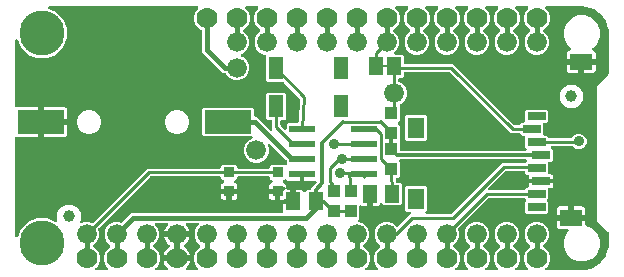
<source format=gbr>
G04 EAGLE Gerber RS-274X export*
G75*
%MOMM*%
%FSLAX34Y34*%
%LPD*%
%INTop Copper*%
%IPPOS*%
%AMOC8*
5,1,8,0,0,1.08239X$1,22.5*%
G01*
%ADD10C,3.810000*%
%ADD11C,1.778000*%
%ADD12R,1.900000X1.400000*%
%ADD13R,1.400000X1.800000*%
%ADD14R,1.500000X0.700000*%
%ADD15R,0.900000X0.900000*%
%ADD16R,2.200000X0.600000*%
%ADD17R,1.300000X1.900000*%
%ADD18R,1.000000X1.075000*%
%ADD19R,4.000000X2.000000*%
%ADD20R,1.240000X1.500000*%
%ADD21C,1.676400*%
%ADD22R,1.168400X1.600200*%
%ADD23R,0.635000X0.203200*%
%ADD24C,1.000000*%
%ADD25C,0.406400*%
%ADD26C,0.254000*%
%ADD27C,0.906400*%
%ADD28C,0.304800*%
%ADD29C,0.889000*%

G36*
X3957Y30433D02*
X3957Y30433D01*
X4047Y30439D01*
X4113Y30460D01*
X4182Y30472D01*
X4264Y30509D01*
X4349Y30537D01*
X4408Y30574D01*
X4472Y30603D01*
X4542Y30659D01*
X4618Y30707D01*
X4666Y30758D01*
X4720Y30801D01*
X4775Y30873D01*
X4836Y30938D01*
X4870Y31000D01*
X4912Y31055D01*
X4983Y31200D01*
X7527Y37342D01*
X13458Y43273D01*
X21206Y46483D01*
X29594Y46483D01*
X36844Y43480D01*
X36905Y43463D01*
X36962Y43437D01*
X37058Y43421D01*
X37151Y43396D01*
X37214Y43395D01*
X37276Y43384D01*
X37372Y43392D01*
X37468Y43391D01*
X37530Y43405D01*
X37593Y43411D01*
X37684Y43442D01*
X37778Y43465D01*
X37834Y43494D01*
X37893Y43515D01*
X37973Y43568D01*
X38059Y43614D01*
X38106Y43656D01*
X38158Y43691D01*
X38223Y43762D01*
X38294Y43827D01*
X38329Y43880D01*
X38371Y43927D01*
X38416Y44013D01*
X38469Y44093D01*
X38489Y44153D01*
X38519Y44209D01*
X38541Y44303D01*
X38572Y44394D01*
X38577Y44457D01*
X38592Y44518D01*
X38590Y44615D01*
X38597Y44711D01*
X38587Y44773D01*
X38585Y44836D01*
X38560Y44929D01*
X38543Y45024D01*
X38517Y45082D01*
X38500Y45143D01*
X38429Y45287D01*
X38259Y45580D01*
X38259Y50940D01*
X40939Y55581D01*
X45580Y58261D01*
X50940Y58261D01*
X55581Y55581D01*
X58261Y50940D01*
X58261Y45580D01*
X57507Y44274D01*
X57482Y44216D01*
X57449Y44162D01*
X57421Y44070D01*
X57383Y43981D01*
X57374Y43918D01*
X57355Y43858D01*
X57351Y43762D01*
X57337Y43666D01*
X57343Y43603D01*
X57340Y43540D01*
X57360Y43446D01*
X57370Y43350D01*
X57392Y43291D01*
X57405Y43229D01*
X57447Y43142D01*
X57481Y43052D01*
X57517Y43000D01*
X57544Y42943D01*
X57607Y42870D01*
X57662Y42791D01*
X57710Y42749D01*
X57751Y42701D01*
X57830Y42646D01*
X57903Y42583D01*
X57959Y42554D01*
X58011Y42518D01*
X58101Y42484D01*
X58187Y42441D01*
X58249Y42428D01*
X58308Y42405D01*
X58404Y42395D01*
X58498Y42375D01*
X58562Y42377D01*
X58624Y42370D01*
X58720Y42384D01*
X58816Y42388D01*
X58877Y42406D01*
X58939Y42415D01*
X59091Y42467D01*
X61428Y43435D01*
X65572Y43435D01*
X67385Y42684D01*
X67413Y42676D01*
X67440Y42662D01*
X67566Y42634D01*
X67692Y42600D01*
X67721Y42599D01*
X67750Y42593D01*
X67880Y42597D01*
X68010Y42595D01*
X68038Y42602D01*
X68068Y42602D01*
X68192Y42639D01*
X68319Y42669D01*
X68345Y42683D01*
X68373Y42691D01*
X68485Y42757D01*
X68600Y42818D01*
X68622Y42837D01*
X68647Y42852D01*
X68768Y42959D01*
X114582Y88773D01*
X176168Y88773D01*
X176286Y88788D01*
X176405Y88795D01*
X176443Y88808D01*
X176484Y88813D01*
X176594Y88856D01*
X176707Y88893D01*
X176742Y88915D01*
X176779Y88930D01*
X176875Y88999D01*
X176976Y89063D01*
X177004Y89093D01*
X177037Y89116D01*
X177113Y89208D01*
X177194Y89295D01*
X177214Y89330D01*
X177239Y89361D01*
X177290Y89469D01*
X177348Y89573D01*
X177358Y89613D01*
X177375Y89649D01*
X177397Y89766D01*
X177427Y89881D01*
X177431Y89941D01*
X177435Y89961D01*
X177433Y89982D01*
X177437Y90042D01*
X177437Y90812D01*
X178628Y92003D01*
X189312Y92003D01*
X190503Y90812D01*
X190503Y90042D01*
X190518Y89924D01*
X190525Y89805D01*
X190538Y89767D01*
X190543Y89726D01*
X190586Y89616D01*
X190623Y89503D01*
X190645Y89468D01*
X190660Y89431D01*
X190729Y89335D01*
X190793Y89234D01*
X190823Y89206D01*
X190846Y89173D01*
X190938Y89097D01*
X191025Y89016D01*
X191060Y88996D01*
X191091Y88971D01*
X191199Y88920D01*
X191303Y88862D01*
X191343Y88852D01*
X191379Y88835D01*
X191496Y88813D01*
X191611Y88783D01*
X191671Y88779D01*
X191691Y88775D01*
X191712Y88777D01*
X191772Y88773D01*
X217168Y88773D01*
X217286Y88788D01*
X217405Y88795D01*
X217443Y88808D01*
X217484Y88813D01*
X217594Y88856D01*
X217707Y88893D01*
X217742Y88915D01*
X217779Y88930D01*
X217875Y88999D01*
X217976Y89063D01*
X218004Y89093D01*
X218037Y89116D01*
X218113Y89208D01*
X218194Y89295D01*
X218214Y89330D01*
X218239Y89361D01*
X218290Y89469D01*
X218348Y89573D01*
X218358Y89613D01*
X218375Y89649D01*
X218397Y89766D01*
X218427Y89881D01*
X218431Y89941D01*
X218435Y89961D01*
X218433Y89982D01*
X218437Y90042D01*
X218437Y90812D01*
X219628Y92003D01*
X230312Y92003D01*
X230580Y91734D01*
X230668Y91666D01*
X230705Y91631D01*
X230724Y91621D01*
X230797Y91560D01*
X230816Y91552D01*
X230832Y91539D01*
X230960Y91484D01*
X231085Y91425D01*
X231105Y91421D01*
X231124Y91413D01*
X231262Y91391D01*
X231398Y91365D01*
X231418Y91366D01*
X231438Y91363D01*
X231577Y91376D01*
X231715Y91385D01*
X231734Y91391D01*
X231754Y91393D01*
X231885Y91440D01*
X232017Y91483D01*
X232035Y91494D01*
X232054Y91500D01*
X232168Y91578D01*
X232286Y91653D01*
X232300Y91668D01*
X232317Y91679D01*
X232409Y91783D01*
X232504Y91885D01*
X232514Y91902D01*
X232527Y91917D01*
X232590Y92041D01*
X232658Y92163D01*
X232663Y92183D01*
X232672Y92201D01*
X232702Y92337D01*
X232737Y92471D01*
X232739Y92499D01*
X232742Y92511D01*
X232741Y92531D01*
X232743Y92570D01*
X232745Y92577D01*
X232744Y92584D01*
X232747Y92632D01*
X232747Y94989D01*
X232735Y95087D01*
X232732Y95186D01*
X232715Y95244D01*
X232707Y95304D01*
X232671Y95396D01*
X232643Y95491D01*
X232613Y95543D01*
X232590Y95600D01*
X232532Y95680D01*
X232482Y95765D01*
X232416Y95841D01*
X232404Y95857D01*
X232394Y95865D01*
X232376Y95886D01*
X218666Y109595D01*
X218611Y109638D01*
X218562Y109688D01*
X218486Y109735D01*
X218415Y109790D01*
X218351Y109818D01*
X218291Y109855D01*
X218206Y109881D01*
X218123Y109917D01*
X218054Y109928D01*
X217987Y109948D01*
X217898Y109952D01*
X217809Y109967D01*
X217739Y109960D01*
X217670Y109963D01*
X217582Y109945D01*
X217492Y109937D01*
X217426Y109913D01*
X217358Y109899D01*
X217278Y109860D01*
X217193Y109829D01*
X217135Y109790D01*
X217073Y109759D01*
X217004Y109701D01*
X216930Y109651D01*
X216884Y109598D01*
X216831Y109553D01*
X216779Y109480D01*
X216719Y109412D01*
X216688Y109350D01*
X216648Y109293D01*
X216616Y109209D01*
X216575Y109129D01*
X216560Y109061D01*
X216535Y108996D01*
X216525Y108906D01*
X216505Y108819D01*
X216507Y108749D01*
X216500Y108679D01*
X216512Y108591D01*
X216515Y108501D01*
X216534Y108434D01*
X216544Y108365D01*
X216596Y108212D01*
X217425Y106212D01*
X217425Y102068D01*
X215839Y98241D01*
X212909Y95311D01*
X209082Y93725D01*
X204938Y93725D01*
X201111Y95311D01*
X198181Y98241D01*
X196595Y102068D01*
X196595Y106212D01*
X198181Y110039D01*
X201111Y112969D01*
X203105Y113795D01*
X203166Y113830D01*
X203231Y113856D01*
X203303Y113908D01*
X203381Y113953D01*
X203432Y114001D01*
X203488Y114042D01*
X203545Y114112D01*
X203610Y114174D01*
X203646Y114234D01*
X203691Y114287D01*
X203729Y114369D01*
X203776Y114445D01*
X203797Y114512D01*
X203826Y114575D01*
X203843Y114663D01*
X203870Y114749D01*
X203873Y114819D01*
X203886Y114888D01*
X203881Y114977D01*
X203885Y115067D01*
X203871Y115135D01*
X203866Y115205D01*
X203839Y115290D01*
X203821Y115378D01*
X203790Y115441D01*
X203768Y115507D01*
X203720Y115583D01*
X203681Y115664D01*
X203636Y115717D01*
X203598Y115776D01*
X203533Y115838D01*
X203474Y115906D01*
X203417Y115946D01*
X203367Y115994D01*
X203288Y116037D01*
X203214Y116089D01*
X203149Y116114D01*
X203088Y116148D01*
X203001Y116170D01*
X202917Y116202D01*
X202848Y116210D01*
X202780Y116227D01*
X202619Y116237D01*
X162388Y116237D01*
X161197Y117428D01*
X161197Y139112D01*
X162388Y140303D01*
X204072Y140303D01*
X205263Y139112D01*
X205263Y133604D01*
X205278Y133486D01*
X205285Y133367D01*
X205298Y133329D01*
X205303Y133288D01*
X205346Y133178D01*
X205383Y133065D01*
X205405Y133030D01*
X205420Y132993D01*
X205489Y132897D01*
X205553Y132796D01*
X205583Y132768D01*
X205606Y132735D01*
X205698Y132659D01*
X205785Y132578D01*
X205820Y132558D01*
X205851Y132533D01*
X205959Y132482D01*
X206063Y132424D01*
X206103Y132414D01*
X206139Y132397D01*
X206256Y132375D01*
X206371Y132345D01*
X206431Y132341D01*
X206451Y132337D01*
X206472Y132339D01*
X206532Y132335D01*
X207424Y132335D01*
X218491Y121268D01*
X218600Y121183D01*
X218707Y121094D01*
X218726Y121085D01*
X218742Y121073D01*
X218870Y121017D01*
X218995Y120958D01*
X219015Y120955D01*
X219034Y120947D01*
X219172Y120925D01*
X219308Y120899D01*
X219328Y120900D01*
X219348Y120897D01*
X219487Y120910D01*
X219625Y120918D01*
X219644Y120925D01*
X219664Y120927D01*
X219796Y120974D01*
X219927Y121016D01*
X219945Y121027D01*
X219964Y121034D01*
X220079Y121112D01*
X220196Y121187D01*
X220210Y121201D01*
X220227Y121213D01*
X220319Y121317D01*
X220414Y121418D01*
X220424Y121436D01*
X220437Y121451D01*
X220501Y121575D01*
X220568Y121697D01*
X220573Y121716D01*
X220582Y121734D01*
X220612Y121870D01*
X220647Y122005D01*
X220649Y122033D01*
X220652Y122045D01*
X220651Y122065D01*
X220657Y122165D01*
X220657Y128678D01*
X220642Y128796D01*
X220635Y128915D01*
X220622Y128953D01*
X220617Y128994D01*
X220574Y129104D01*
X220537Y129217D01*
X220515Y129252D01*
X220500Y129289D01*
X220431Y129385D01*
X220367Y129486D01*
X220337Y129514D01*
X220314Y129547D01*
X220222Y129623D01*
X220135Y129704D01*
X220100Y129724D01*
X220069Y129749D01*
X219961Y129800D01*
X219857Y129858D01*
X219817Y129868D01*
X219781Y129885D01*
X219664Y129907D01*
X219549Y129937D01*
X219489Y129941D01*
X219469Y129945D01*
X219448Y129943D01*
X219388Y129947D01*
X216618Y129947D01*
X215427Y131138D01*
X215427Y151822D01*
X216618Y153013D01*
X231302Y153013D01*
X232493Y151822D01*
X232493Y131138D01*
X231302Y129947D01*
X228532Y129947D01*
X228414Y129932D01*
X228295Y129925D01*
X228257Y129912D01*
X228216Y129907D01*
X228106Y129864D01*
X227993Y129827D01*
X227958Y129805D01*
X227921Y129790D01*
X227825Y129721D01*
X227724Y129657D01*
X227696Y129627D01*
X227663Y129604D01*
X227587Y129512D01*
X227506Y129425D01*
X227486Y129390D01*
X227461Y129359D01*
X227410Y129251D01*
X227352Y129147D01*
X227342Y129107D01*
X227325Y129071D01*
X227303Y128954D01*
X227273Y128839D01*
X227269Y128779D01*
X227265Y128759D01*
X227267Y128738D01*
X227263Y128678D01*
X227263Y125914D01*
X227275Y125816D01*
X227278Y125717D01*
X227295Y125658D01*
X227303Y125598D01*
X227339Y125506D01*
X227367Y125411D01*
X227397Y125359D01*
X227420Y125303D01*
X227478Y125223D01*
X227528Y125137D01*
X227594Y125062D01*
X227606Y125045D01*
X227616Y125037D01*
X227634Y125016D01*
X230581Y122070D01*
X230690Y121985D01*
X230797Y121896D01*
X230816Y121888D01*
X230832Y121875D01*
X230960Y121820D01*
X231085Y121761D01*
X231105Y121757D01*
X231124Y121749D01*
X231262Y121727D01*
X231398Y121701D01*
X231418Y121702D01*
X231438Y121699D01*
X231577Y121712D01*
X231715Y121721D01*
X231734Y121727D01*
X231754Y121729D01*
X231886Y121776D01*
X232017Y121819D01*
X232035Y121830D01*
X232054Y121837D01*
X232169Y121915D01*
X232286Y121989D01*
X232300Y122004D01*
X232317Y122015D01*
X232409Y122119D01*
X232504Y122221D01*
X232514Y122238D01*
X232527Y122254D01*
X232591Y122378D01*
X232658Y122499D01*
X232663Y122519D01*
X232672Y122537D01*
X232702Y122673D01*
X232737Y122807D01*
X232739Y122835D01*
X232742Y122847D01*
X232741Y122867D01*
X232747Y122968D01*
X232747Y125762D01*
X233938Y126953D01*
X241497Y126953D01*
X241586Y126964D01*
X241676Y126965D01*
X241743Y126984D01*
X241813Y126993D01*
X241896Y127026D01*
X241983Y127049D01*
X242043Y127084D01*
X242109Y127110D01*
X242181Y127162D01*
X242259Y127207D01*
X242309Y127255D01*
X242366Y127296D01*
X242423Y127365D01*
X242487Y127428D01*
X242524Y127487D01*
X242569Y127541D01*
X242607Y127622D01*
X242654Y127699D01*
X242674Y127766D01*
X242704Y127829D01*
X242721Y127917D01*
X242747Y128003D01*
X242761Y128127D01*
X242764Y128141D01*
X242764Y128148D01*
X242765Y128163D01*
X243660Y147329D01*
X243651Y147440D01*
X243651Y147552D01*
X243639Y147598D01*
X243635Y147646D01*
X243599Y147752D01*
X243571Y147859D01*
X243547Y147901D01*
X243532Y147947D01*
X243471Y148040D01*
X243416Y148138D01*
X243369Y148194D01*
X243357Y148213D01*
X243344Y148225D01*
X243313Y148261D01*
X230716Y161551D01*
X230627Y161625D01*
X230542Y161704D01*
X230504Y161725D01*
X230470Y161753D01*
X230365Y161802D01*
X230264Y161858D01*
X230222Y161868D01*
X230182Y161887D01*
X230068Y161908D01*
X229956Y161937D01*
X229890Y161941D01*
X229869Y161945D01*
X229850Y161944D01*
X229795Y161947D01*
X216618Y161947D01*
X215427Y163138D01*
X215427Y183896D01*
X215412Y184014D01*
X215405Y184133D01*
X215392Y184171D01*
X215387Y184212D01*
X215344Y184322D01*
X215307Y184435D01*
X215285Y184470D01*
X215270Y184507D01*
X215201Y184603D01*
X215137Y184704D01*
X215107Y184732D01*
X215084Y184765D01*
X214992Y184841D01*
X214905Y184922D01*
X214870Y184942D01*
X214839Y184967D01*
X214731Y185018D01*
X214627Y185076D01*
X214587Y185086D01*
X214551Y185103D01*
X214434Y185125D01*
X214319Y185155D01*
X214259Y185159D01*
X214239Y185163D01*
X214218Y185161D01*
X214158Y185165D01*
X213828Y185165D01*
X210001Y186751D01*
X207071Y189681D01*
X205485Y193508D01*
X205485Y197652D01*
X207071Y201479D01*
X210151Y204559D01*
X210181Y204599D01*
X210218Y204632D01*
X210278Y204724D01*
X210346Y204811D01*
X210365Y204856D01*
X210393Y204898D01*
X210428Y205001D01*
X210472Y205102D01*
X210480Y205152D01*
X210496Y205198D01*
X210504Y205308D01*
X210522Y205416D01*
X210517Y205466D01*
X210521Y205515D01*
X210502Y205623D01*
X210492Y205733D01*
X210475Y205780D01*
X210467Y205829D01*
X210421Y205929D01*
X210384Y206032D01*
X210356Y206073D01*
X210336Y206119D01*
X210267Y206205D01*
X210206Y206295D01*
X210169Y206328D01*
X210137Y206367D01*
X210050Y206433D01*
X209967Y206506D01*
X209923Y206529D01*
X209883Y206558D01*
X209739Y206629D01*
X209713Y206640D01*
X206640Y209713D01*
X204977Y213727D01*
X204977Y218073D01*
X206640Y222087D01*
X208445Y223893D01*
X208531Y224002D01*
X208619Y224109D01*
X208628Y224128D01*
X208640Y224144D01*
X208696Y224272D01*
X208755Y224397D01*
X208759Y224417D01*
X208767Y224436D01*
X208789Y224574D01*
X208815Y224710D01*
X208813Y224730D01*
X208817Y224750D01*
X208804Y224889D01*
X208795Y225027D01*
X208789Y225046D01*
X208787Y225066D01*
X208740Y225198D01*
X208697Y225329D01*
X208686Y225347D01*
X208679Y225366D01*
X208601Y225481D01*
X208527Y225598D01*
X208512Y225612D01*
X208501Y225629D01*
X208396Y225721D01*
X208295Y225816D01*
X208277Y225826D01*
X208262Y225839D01*
X208138Y225903D01*
X208017Y225970D01*
X207997Y225975D01*
X207979Y225984D01*
X207843Y226014D01*
X207709Y226049D01*
X207681Y226051D01*
X207669Y226054D01*
X207648Y226053D01*
X207548Y226059D01*
X198852Y226059D01*
X198715Y226042D01*
X198576Y226029D01*
X198557Y226022D01*
X198536Y226019D01*
X198408Y225968D01*
X198276Y225921D01*
X198260Y225910D01*
X198241Y225902D01*
X198128Y225821D01*
X198013Y225743D01*
X198000Y225727D01*
X197983Y225716D01*
X197895Y225608D01*
X197803Y225504D01*
X197794Y225486D01*
X197781Y225471D01*
X197721Y225345D01*
X197658Y225221D01*
X197654Y225201D01*
X197645Y225183D01*
X197619Y225046D01*
X197589Y224911D01*
X197589Y224890D01*
X197585Y224871D01*
X197594Y224732D01*
X197598Y224593D01*
X197604Y224573D01*
X197605Y224553D01*
X197648Y224421D01*
X197687Y224287D01*
X197697Y224270D01*
X197703Y224251D01*
X197778Y224133D01*
X197848Y224013D01*
X197867Y223992D01*
X197873Y223982D01*
X197888Y223968D01*
X197955Y223893D01*
X199760Y222087D01*
X201423Y218073D01*
X201423Y213727D01*
X199760Y209713D01*
X196687Y206640D01*
X196661Y206629D01*
X196618Y206605D01*
X196571Y206588D01*
X196480Y206526D01*
X196385Y206472D01*
X196349Y206437D01*
X196308Y206409D01*
X196235Y206327D01*
X196157Y206251D01*
X196131Y206208D01*
X196098Y206171D01*
X196048Y206073D01*
X195990Y205979D01*
X195976Y205932D01*
X195953Y205888D01*
X195929Y205781D01*
X195897Y205676D01*
X195894Y205626D01*
X195883Y205577D01*
X195887Y205468D01*
X195881Y205358D01*
X195892Y205309D01*
X195893Y205260D01*
X195924Y205154D01*
X195946Y205046D01*
X195968Y205002D01*
X195981Y204954D01*
X196037Y204859D01*
X196086Y204761D01*
X196118Y204723D01*
X196143Y204680D01*
X196249Y204559D01*
X199329Y201479D01*
X200915Y197652D01*
X200915Y193508D01*
X199329Y189681D01*
X196399Y186751D01*
X194485Y185958D01*
X194364Y185889D01*
X194241Y185824D01*
X194226Y185810D01*
X194208Y185800D01*
X194108Y185703D01*
X194006Y185610D01*
X193994Y185593D01*
X193980Y185579D01*
X193907Y185461D01*
X193831Y185344D01*
X193824Y185325D01*
X193814Y185308D01*
X193773Y185175D01*
X193728Y185043D01*
X193726Y185023D01*
X193720Y185004D01*
X193713Y184865D01*
X193702Y184726D01*
X193706Y184706D01*
X193705Y184686D01*
X193733Y184550D01*
X193757Y184413D01*
X193765Y184394D01*
X193769Y184375D01*
X193830Y184250D01*
X193887Y184123D01*
X193900Y184107D01*
X193909Y184089D01*
X193999Y183983D01*
X194086Y183875D01*
X194102Y183862D01*
X194115Y183847D01*
X194229Y183767D01*
X194340Y183683D01*
X194365Y183671D01*
X194375Y183664D01*
X194394Y183657D01*
X194485Y183612D01*
X196399Y182819D01*
X199329Y179889D01*
X200915Y176062D01*
X200915Y171918D01*
X199329Y168091D01*
X196399Y165161D01*
X192572Y163575D01*
X188428Y163575D01*
X184601Y165161D01*
X181671Y168091D01*
X181235Y169142D01*
X181221Y169167D01*
X181212Y169195D01*
X181142Y169305D01*
X181078Y169418D01*
X181057Y169439D01*
X181042Y169464D01*
X180947Y169553D01*
X180857Y169646D01*
X180831Y169662D01*
X180810Y169682D01*
X180696Y169745D01*
X180585Y169813D01*
X180557Y169821D01*
X180531Y169836D01*
X180406Y169868D01*
X180282Y169906D01*
X180252Y169908D01*
X180223Y169915D01*
X180063Y169925D01*
X178656Y169925D01*
X161035Y187546D01*
X161035Y204913D01*
X161032Y204942D01*
X161034Y204972D01*
X161012Y205100D01*
X160995Y205228D01*
X160985Y205256D01*
X160980Y205285D01*
X160926Y205404D01*
X160878Y205524D01*
X160861Y205548D01*
X160849Y205575D01*
X160768Y205676D01*
X160692Y205781D01*
X160669Y205800D01*
X160650Y205823D01*
X160547Y205901D01*
X160447Y205984D01*
X160420Y205997D01*
X160396Y206015D01*
X160252Y206086D01*
X158913Y206640D01*
X155840Y209713D01*
X154177Y213727D01*
X154177Y218073D01*
X155840Y222087D01*
X157645Y223893D01*
X157731Y224002D01*
X157819Y224109D01*
X157828Y224128D01*
X157840Y224144D01*
X157896Y224272D01*
X157955Y224397D01*
X157959Y224417D01*
X157967Y224436D01*
X157989Y224574D01*
X158015Y224710D01*
X158013Y224730D01*
X158017Y224750D01*
X158004Y224889D01*
X157995Y225027D01*
X157989Y225046D01*
X157987Y225066D01*
X157940Y225198D01*
X157897Y225329D01*
X157886Y225347D01*
X157879Y225366D01*
X157801Y225481D01*
X157727Y225598D01*
X157712Y225612D01*
X157701Y225629D01*
X157596Y225721D01*
X157495Y225816D01*
X157477Y225826D01*
X157462Y225839D01*
X157338Y225903D01*
X157217Y225970D01*
X157197Y225975D01*
X157179Y225984D01*
X157043Y226014D01*
X156909Y226049D01*
X156881Y226051D01*
X156869Y226054D01*
X156848Y226053D01*
X156748Y226059D01*
X31686Y226059D01*
X31616Y226051D01*
X31547Y226052D01*
X31459Y226031D01*
X31370Y226019D01*
X31305Y225994D01*
X31237Y225977D01*
X31158Y225935D01*
X31074Y225902D01*
X31018Y225861D01*
X30956Y225829D01*
X30890Y225768D01*
X30817Y225716D01*
X30772Y225662D01*
X30721Y225615D01*
X30672Y225540D01*
X30614Y225471D01*
X30584Y225407D01*
X30546Y225349D01*
X30517Y225264D01*
X30479Y225183D01*
X30466Y225114D01*
X30443Y225048D01*
X30436Y224959D01*
X30419Y224871D01*
X30423Y224801D01*
X30418Y224731D01*
X30433Y224643D01*
X30439Y224553D01*
X30460Y224487D01*
X30472Y224418D01*
X30509Y224336D01*
X30537Y224251D01*
X30574Y224192D01*
X30603Y224128D01*
X30659Y224058D01*
X30707Y223982D01*
X30758Y223934D01*
X30801Y223880D01*
X30873Y223825D01*
X30938Y223764D01*
X31000Y223730D01*
X31055Y223688D01*
X31200Y223617D01*
X37342Y221073D01*
X43273Y215142D01*
X46483Y207394D01*
X46483Y199006D01*
X43273Y191258D01*
X37342Y185327D01*
X29594Y182117D01*
X21206Y182117D01*
X13458Y185327D01*
X7527Y191258D01*
X4983Y197400D01*
X4948Y197461D01*
X4922Y197526D01*
X4870Y197598D01*
X4825Y197676D01*
X4777Y197726D01*
X4736Y197783D01*
X4666Y197840D01*
X4604Y197905D01*
X4544Y197941D01*
X4491Y197986D01*
X4409Y198024D01*
X4333Y198071D01*
X4266Y198092D01*
X4203Y198121D01*
X4115Y198138D01*
X4029Y198165D01*
X3959Y198168D01*
X3890Y198181D01*
X3801Y198175D01*
X3711Y198180D01*
X3643Y198166D01*
X3573Y198161D01*
X3488Y198134D01*
X3400Y198115D01*
X3337Y198085D01*
X3271Y198063D01*
X3195Y198015D01*
X3114Y197976D01*
X3061Y197930D01*
X3002Y197893D01*
X2940Y197828D01*
X2872Y197769D01*
X2832Y197712D01*
X2784Y197662D01*
X2741Y197583D01*
X2689Y197509D01*
X2664Y197444D01*
X2630Y197383D01*
X2608Y197296D01*
X2576Y197212D01*
X2568Y197143D01*
X2551Y197075D01*
X2541Y196914D01*
X2541Y142075D01*
X2556Y141950D01*
X2566Y141825D01*
X2576Y141793D01*
X2581Y141760D01*
X2627Y141643D01*
X2667Y141523D01*
X2685Y141495D01*
X2698Y141464D01*
X2772Y141362D01*
X2840Y141256D01*
X2865Y141234D01*
X2884Y141206D01*
X2982Y141126D01*
X3074Y141041D01*
X3104Y141025D01*
X3129Y141004D01*
X3243Y140950D01*
X3354Y140890D01*
X3387Y140882D01*
X3417Y140868D01*
X3540Y140845D01*
X3663Y140814D01*
X3697Y140815D01*
X3729Y140808D01*
X3798Y140813D01*
X3828Y140811D01*
X21791Y140811D01*
X21791Y129540D01*
X21806Y129422D01*
X21813Y129303D01*
X21826Y129265D01*
X21831Y129225D01*
X21874Y129114D01*
X21911Y129001D01*
X21933Y128966D01*
X21948Y128929D01*
X22018Y128833D01*
X22081Y128732D01*
X22111Y128704D01*
X22135Y128672D01*
X22226Y128596D01*
X22313Y128514D01*
X22348Y128495D01*
X22379Y128469D01*
X22487Y128418D01*
X22591Y128361D01*
X22631Y128350D01*
X22667Y128333D01*
X22784Y128311D01*
X22899Y128281D01*
X22960Y128277D01*
X22980Y128273D01*
X23000Y128275D01*
X23060Y128271D01*
X24331Y128271D01*
X24331Y128269D01*
X23060Y128269D01*
X22942Y128254D01*
X22823Y128247D01*
X22785Y128234D01*
X22745Y128229D01*
X22634Y128185D01*
X22521Y128149D01*
X22486Y128127D01*
X22449Y128112D01*
X22353Y128042D01*
X22252Y127979D01*
X22224Y127949D01*
X22191Y127925D01*
X22116Y127834D01*
X22034Y127747D01*
X22014Y127712D01*
X21989Y127680D01*
X21938Y127573D01*
X21880Y127469D01*
X21870Y127429D01*
X21853Y127393D01*
X21831Y127276D01*
X21801Y127161D01*
X21797Y127100D01*
X21793Y127080D01*
X21795Y127060D01*
X21791Y127000D01*
X21791Y115729D01*
X3903Y115729D01*
X3890Y115732D01*
X3857Y115730D01*
X3824Y115734D01*
X3699Y115720D01*
X3573Y115712D01*
X3541Y115702D01*
X3508Y115698D01*
X3390Y115653D01*
X3271Y115614D01*
X3242Y115596D01*
X3211Y115584D01*
X3108Y115511D01*
X3002Y115444D01*
X2979Y115419D01*
X2952Y115400D01*
X2870Y115304D01*
X2784Y115212D01*
X2768Y115183D01*
X2746Y115157D01*
X2691Y115044D01*
X2630Y114934D01*
X2622Y114901D01*
X2607Y114871D01*
X2582Y114747D01*
X2551Y114626D01*
X2548Y114577D01*
X2544Y114559D01*
X2545Y114538D01*
X2541Y114465D01*
X2541Y31686D01*
X2549Y31616D01*
X2548Y31547D01*
X2569Y31459D01*
X2581Y31370D01*
X2606Y31305D01*
X2623Y31237D01*
X2665Y31158D01*
X2698Y31074D01*
X2739Y31018D01*
X2771Y30956D01*
X2832Y30890D01*
X2884Y30817D01*
X2938Y30773D01*
X2985Y30721D01*
X3060Y30672D01*
X3129Y30614D01*
X3193Y30585D01*
X3251Y30546D01*
X3336Y30517D01*
X3417Y30479D01*
X3486Y30466D01*
X3552Y30443D01*
X3641Y30436D01*
X3729Y30419D01*
X3799Y30423D01*
X3869Y30418D01*
X3957Y30433D01*
G37*
G36*
X385485Y2558D02*
X385485Y2558D01*
X385624Y2571D01*
X385643Y2578D01*
X385664Y2581D01*
X385792Y2632D01*
X385924Y2679D01*
X385940Y2690D01*
X385959Y2698D01*
X386072Y2779D01*
X386187Y2857D01*
X386200Y2873D01*
X386217Y2884D01*
X386305Y2992D01*
X386397Y3096D01*
X386406Y3114D01*
X386419Y3129D01*
X386479Y3255D01*
X386542Y3379D01*
X386546Y3399D01*
X386555Y3417D01*
X386581Y3554D01*
X386611Y3689D01*
X386611Y3710D01*
X386615Y3729D01*
X386606Y3868D01*
X386602Y4007D01*
X386596Y4027D01*
X386595Y4047D01*
X386552Y4179D01*
X386513Y4313D01*
X386503Y4330D01*
X386497Y4349D01*
X386422Y4467D01*
X386352Y4587D01*
X386333Y4608D01*
X386327Y4618D01*
X386312Y4632D01*
X386245Y4707D01*
X384440Y6513D01*
X382777Y10527D01*
X382777Y14873D01*
X384440Y18887D01*
X387513Y21960D01*
X387539Y21971D01*
X387582Y21995D01*
X387629Y22012D01*
X387720Y22074D01*
X387815Y22128D01*
X387851Y22163D01*
X387892Y22191D01*
X387965Y22273D01*
X388043Y22349D01*
X388069Y22392D01*
X388102Y22429D01*
X388152Y22527D01*
X388210Y22621D01*
X388224Y22668D01*
X388247Y22712D01*
X388271Y22819D01*
X388303Y22924D01*
X388306Y22974D01*
X388317Y23023D01*
X388313Y23132D01*
X388319Y23242D01*
X388308Y23291D01*
X388307Y23340D01*
X388276Y23446D01*
X388254Y23554D01*
X388232Y23598D01*
X388219Y23646D01*
X388163Y23741D01*
X388114Y23839D01*
X388082Y23877D01*
X388057Y23920D01*
X387951Y24041D01*
X384871Y27121D01*
X383285Y30948D01*
X383285Y35092D01*
X384871Y38919D01*
X387801Y41849D01*
X391628Y43435D01*
X395772Y43435D01*
X399599Y41849D01*
X402529Y38919D01*
X404115Y35092D01*
X404115Y30948D01*
X402529Y27121D01*
X399449Y24041D01*
X399419Y24001D01*
X399382Y23968D01*
X399322Y23876D01*
X399254Y23789D01*
X399235Y23744D01*
X399207Y23702D01*
X399172Y23599D01*
X399128Y23498D01*
X399120Y23448D01*
X399104Y23402D01*
X399096Y23292D01*
X399078Y23184D01*
X399083Y23134D01*
X399079Y23085D01*
X399098Y22977D01*
X399108Y22867D01*
X399125Y22820D01*
X399133Y22771D01*
X399179Y22671D01*
X399216Y22568D01*
X399244Y22527D01*
X399264Y22481D01*
X399333Y22395D01*
X399394Y22305D01*
X399431Y22272D01*
X399463Y22233D01*
X399550Y22167D01*
X399633Y22094D01*
X399677Y22071D01*
X399717Y22042D01*
X399861Y21971D01*
X399887Y21960D01*
X402960Y18887D01*
X404623Y14873D01*
X404623Y10527D01*
X402960Y6513D01*
X401155Y4707D01*
X401069Y4598D01*
X400981Y4491D01*
X400972Y4472D01*
X400960Y4456D01*
X400904Y4328D01*
X400845Y4203D01*
X400841Y4183D01*
X400833Y4164D01*
X400811Y4026D01*
X400785Y3890D01*
X400787Y3870D01*
X400783Y3850D01*
X400796Y3711D01*
X400805Y3573D01*
X400811Y3554D01*
X400813Y3534D01*
X400860Y3402D01*
X400903Y3271D01*
X400914Y3253D01*
X400921Y3234D01*
X400999Y3119D01*
X401073Y3002D01*
X401088Y2988D01*
X401099Y2971D01*
X401204Y2879D01*
X401305Y2784D01*
X401323Y2774D01*
X401338Y2761D01*
X401462Y2697D01*
X401583Y2630D01*
X401603Y2625D01*
X401621Y2616D01*
X401757Y2586D01*
X401891Y2551D01*
X401919Y2549D01*
X401931Y2546D01*
X401952Y2547D01*
X402052Y2541D01*
X410748Y2541D01*
X410885Y2558D01*
X411024Y2571D01*
X411043Y2578D01*
X411064Y2581D01*
X411192Y2632D01*
X411324Y2679D01*
X411340Y2690D01*
X411359Y2698D01*
X411472Y2779D01*
X411587Y2857D01*
X411600Y2873D01*
X411617Y2884D01*
X411705Y2992D01*
X411797Y3096D01*
X411806Y3114D01*
X411819Y3129D01*
X411879Y3255D01*
X411942Y3379D01*
X411946Y3399D01*
X411955Y3417D01*
X411981Y3554D01*
X412011Y3689D01*
X412011Y3710D01*
X412015Y3729D01*
X412006Y3868D01*
X412002Y4007D01*
X411996Y4027D01*
X411995Y4047D01*
X411952Y4179D01*
X411913Y4313D01*
X411903Y4330D01*
X411897Y4349D01*
X411822Y4467D01*
X411752Y4587D01*
X411733Y4608D01*
X411727Y4618D01*
X411712Y4632D01*
X411645Y4707D01*
X409840Y6513D01*
X408177Y10527D01*
X408177Y14873D01*
X409840Y18887D01*
X412913Y21960D01*
X412939Y21971D01*
X412982Y21995D01*
X413029Y22012D01*
X413120Y22074D01*
X413215Y22128D01*
X413251Y22163D01*
X413292Y22191D01*
X413365Y22273D01*
X413443Y22349D01*
X413469Y22392D01*
X413502Y22429D01*
X413552Y22527D01*
X413610Y22621D01*
X413624Y22668D01*
X413647Y22712D01*
X413671Y22819D01*
X413703Y22924D01*
X413706Y22974D01*
X413717Y23023D01*
X413713Y23132D01*
X413719Y23242D01*
X413708Y23291D01*
X413707Y23340D01*
X413676Y23446D01*
X413654Y23554D01*
X413632Y23598D01*
X413619Y23646D01*
X413563Y23741D01*
X413514Y23839D01*
X413482Y23877D01*
X413457Y23920D01*
X413351Y24041D01*
X410271Y27121D01*
X408685Y30948D01*
X408685Y35092D01*
X410271Y38919D01*
X413201Y41849D01*
X417028Y43435D01*
X421172Y43435D01*
X424999Y41849D01*
X427929Y38919D01*
X429515Y35092D01*
X429515Y30948D01*
X427929Y27121D01*
X424849Y24041D01*
X424819Y24001D01*
X424782Y23968D01*
X424722Y23876D01*
X424654Y23789D01*
X424635Y23744D01*
X424607Y23702D01*
X424572Y23599D01*
X424528Y23498D01*
X424520Y23448D01*
X424504Y23402D01*
X424496Y23292D01*
X424478Y23184D01*
X424483Y23134D01*
X424479Y23085D01*
X424498Y22977D01*
X424508Y22867D01*
X424525Y22820D01*
X424533Y22771D01*
X424579Y22671D01*
X424616Y22568D01*
X424644Y22527D01*
X424664Y22481D01*
X424733Y22395D01*
X424794Y22305D01*
X424831Y22272D01*
X424863Y22233D01*
X424950Y22167D01*
X425033Y22094D01*
X425077Y22071D01*
X425117Y22042D01*
X425261Y21971D01*
X425287Y21960D01*
X428360Y18887D01*
X430023Y14873D01*
X430023Y10527D01*
X428360Y6513D01*
X426555Y4707D01*
X426469Y4598D01*
X426381Y4491D01*
X426372Y4472D01*
X426360Y4456D01*
X426304Y4328D01*
X426245Y4203D01*
X426241Y4183D01*
X426233Y4164D01*
X426211Y4026D01*
X426185Y3890D01*
X426187Y3870D01*
X426183Y3850D01*
X426196Y3711D01*
X426205Y3573D01*
X426211Y3554D01*
X426213Y3534D01*
X426260Y3402D01*
X426303Y3271D01*
X426314Y3253D01*
X426321Y3234D01*
X426399Y3119D01*
X426473Y3002D01*
X426488Y2988D01*
X426499Y2971D01*
X426604Y2879D01*
X426705Y2784D01*
X426723Y2774D01*
X426738Y2761D01*
X426862Y2697D01*
X426983Y2630D01*
X427003Y2625D01*
X427021Y2616D01*
X427157Y2586D01*
X427291Y2551D01*
X427319Y2549D01*
X427331Y2546D01*
X427352Y2547D01*
X427452Y2541D01*
X436148Y2541D01*
X436285Y2558D01*
X436424Y2571D01*
X436443Y2578D01*
X436464Y2581D01*
X436592Y2632D01*
X436724Y2679D01*
X436740Y2690D01*
X436759Y2698D01*
X436872Y2779D01*
X436987Y2857D01*
X437000Y2873D01*
X437017Y2884D01*
X437105Y2992D01*
X437197Y3096D01*
X437206Y3114D01*
X437219Y3129D01*
X437279Y3255D01*
X437342Y3379D01*
X437346Y3399D01*
X437355Y3417D01*
X437381Y3554D01*
X437411Y3689D01*
X437411Y3710D01*
X437415Y3729D01*
X437406Y3868D01*
X437402Y4007D01*
X437396Y4027D01*
X437395Y4047D01*
X437352Y4179D01*
X437313Y4313D01*
X437303Y4330D01*
X437297Y4349D01*
X437222Y4467D01*
X437152Y4587D01*
X437133Y4608D01*
X437127Y4618D01*
X437112Y4632D01*
X437045Y4707D01*
X435240Y6513D01*
X433577Y10527D01*
X433577Y14873D01*
X435240Y18887D01*
X438313Y21960D01*
X438339Y21971D01*
X438382Y21995D01*
X438429Y22012D01*
X438520Y22074D01*
X438615Y22128D01*
X438651Y22163D01*
X438692Y22191D01*
X438765Y22273D01*
X438843Y22349D01*
X438869Y22392D01*
X438902Y22429D01*
X438952Y22527D01*
X439010Y22621D01*
X439024Y22668D01*
X439047Y22712D01*
X439071Y22819D01*
X439103Y22924D01*
X439106Y22974D01*
X439117Y23023D01*
X439113Y23132D01*
X439119Y23242D01*
X439108Y23291D01*
X439107Y23340D01*
X439076Y23446D01*
X439054Y23554D01*
X439032Y23598D01*
X439019Y23646D01*
X438963Y23741D01*
X438914Y23839D01*
X438882Y23877D01*
X438857Y23920D01*
X438751Y24041D01*
X435671Y27121D01*
X434085Y30948D01*
X434085Y35092D01*
X435671Y38919D01*
X438601Y41849D01*
X442428Y43435D01*
X446572Y43435D01*
X450399Y41849D01*
X453329Y38919D01*
X454915Y35092D01*
X454915Y30948D01*
X453329Y27121D01*
X450249Y24041D01*
X450219Y24001D01*
X450182Y23968D01*
X450122Y23876D01*
X450054Y23789D01*
X450035Y23744D01*
X450007Y23702D01*
X449972Y23599D01*
X449928Y23498D01*
X449920Y23448D01*
X449904Y23402D01*
X449896Y23292D01*
X449878Y23184D01*
X449883Y23134D01*
X449879Y23085D01*
X449898Y22977D01*
X449908Y22867D01*
X449925Y22820D01*
X449933Y22771D01*
X449979Y22671D01*
X450016Y22568D01*
X450044Y22527D01*
X450064Y22481D01*
X450133Y22395D01*
X450194Y22305D01*
X450231Y22272D01*
X450263Y22233D01*
X450350Y22167D01*
X450433Y22094D01*
X450477Y22071D01*
X450517Y22042D01*
X450661Y21971D01*
X450687Y21960D01*
X453760Y18887D01*
X455423Y14873D01*
X455423Y10527D01*
X453760Y6513D01*
X451955Y4707D01*
X451869Y4598D01*
X451781Y4491D01*
X451772Y4472D01*
X451760Y4456D01*
X451704Y4328D01*
X451645Y4203D01*
X451641Y4183D01*
X451633Y4164D01*
X451611Y4026D01*
X451585Y3890D01*
X451587Y3870D01*
X451583Y3850D01*
X451596Y3711D01*
X451605Y3573D01*
X451611Y3554D01*
X451613Y3534D01*
X451660Y3402D01*
X451703Y3271D01*
X451714Y3253D01*
X451721Y3234D01*
X451799Y3119D01*
X451873Y3002D01*
X451888Y2988D01*
X451899Y2971D01*
X452004Y2879D01*
X452105Y2784D01*
X452123Y2774D01*
X452138Y2761D01*
X452262Y2697D01*
X452383Y2630D01*
X452403Y2625D01*
X452421Y2616D01*
X452557Y2586D01*
X452691Y2551D01*
X452719Y2549D01*
X452731Y2546D01*
X452752Y2547D01*
X452852Y2541D01*
X482600Y2541D01*
X482622Y2543D01*
X482700Y2545D01*
X486077Y2810D01*
X486145Y2824D01*
X486214Y2829D01*
X486370Y2869D01*
X492794Y4956D01*
X492901Y5006D01*
X493012Y5050D01*
X493063Y5083D01*
X493082Y5091D01*
X493097Y5104D01*
X493148Y5136D01*
X498612Y9107D01*
X498699Y9188D01*
X498746Y9227D01*
X498752Y9231D01*
X498753Y9232D01*
X498791Y9264D01*
X498829Y9310D01*
X498844Y9324D01*
X498855Y9342D01*
X498893Y9388D01*
X502864Y14852D01*
X502921Y14956D01*
X502985Y15056D01*
X503007Y15113D01*
X503017Y15131D01*
X503022Y15151D01*
X503044Y15206D01*
X505131Y21630D01*
X505144Y21698D01*
X505167Y21764D01*
X505190Y21923D01*
X505455Y25300D01*
X505455Y25304D01*
X505456Y25307D01*
X505455Y25326D01*
X505459Y25400D01*
X505459Y33982D01*
X505447Y34080D01*
X505444Y34179D01*
X505427Y34237D01*
X505419Y34297D01*
X505383Y34389D01*
X505355Y34485D01*
X505325Y34537D01*
X505302Y34593D01*
X505244Y34673D01*
X505194Y34758D01*
X505128Y34834D01*
X505116Y34850D01*
X505106Y34858D01*
X505088Y34879D01*
X495299Y44668D01*
X495299Y158532D01*
X505088Y168321D01*
X505148Y168399D01*
X505216Y168471D01*
X505245Y168524D01*
X505282Y168572D01*
X505322Y168663D01*
X505370Y168750D01*
X505385Y168808D01*
X505409Y168864D01*
X505424Y168962D01*
X505449Y169057D01*
X505455Y169158D01*
X505459Y169178D01*
X505457Y169190D01*
X505459Y169218D01*
X505459Y203200D01*
X505457Y203222D01*
X505455Y203300D01*
X505190Y206677D01*
X505176Y206745D01*
X505171Y206814D01*
X505131Y206970D01*
X503044Y213394D01*
X502994Y213501D01*
X502950Y213612D01*
X502917Y213663D01*
X502909Y213682D01*
X502896Y213697D01*
X502864Y213748D01*
X498893Y219212D01*
X498812Y219299D01*
X498736Y219391D01*
X498690Y219429D01*
X498676Y219444D01*
X498658Y219455D01*
X498612Y219493D01*
X497078Y220608D01*
X497077Y220609D01*
X493148Y223464D01*
X493044Y223521D01*
X492944Y223585D01*
X492887Y223607D01*
X492869Y223617D01*
X492849Y223622D01*
X492794Y223644D01*
X486370Y225731D01*
X486302Y225744D01*
X486236Y225767D01*
X486077Y225790D01*
X482700Y226055D01*
X482678Y226054D01*
X482600Y226059D01*
X452852Y226059D01*
X452715Y226042D01*
X452576Y226029D01*
X452557Y226022D01*
X452536Y226019D01*
X452408Y225968D01*
X452276Y225921D01*
X452260Y225910D01*
X452241Y225902D01*
X452128Y225821D01*
X452013Y225743D01*
X452000Y225727D01*
X451983Y225716D01*
X451895Y225608D01*
X451803Y225504D01*
X451794Y225486D01*
X451781Y225471D01*
X451721Y225345D01*
X451658Y225221D01*
X451654Y225201D01*
X451645Y225183D01*
X451619Y225046D01*
X451589Y224911D01*
X451589Y224890D01*
X451585Y224871D01*
X451594Y224732D01*
X451598Y224593D01*
X451604Y224573D01*
X451605Y224553D01*
X451648Y224421D01*
X451687Y224287D01*
X451697Y224270D01*
X451703Y224251D01*
X451778Y224133D01*
X451848Y224013D01*
X451867Y223992D01*
X451873Y223982D01*
X451888Y223968D01*
X451955Y223893D01*
X453760Y222087D01*
X455423Y218073D01*
X455423Y213727D01*
X453760Y209713D01*
X450687Y206640D01*
X450661Y206629D01*
X450618Y206605D01*
X450571Y206588D01*
X450480Y206526D01*
X450385Y206472D01*
X450349Y206437D01*
X450308Y206409D01*
X450235Y206327D01*
X450157Y206251D01*
X450131Y206208D01*
X450098Y206171D01*
X450048Y206073D01*
X449990Y205979D01*
X449976Y205932D01*
X449953Y205888D01*
X449929Y205781D01*
X449897Y205676D01*
X449894Y205626D01*
X449883Y205577D01*
X449887Y205468D01*
X449881Y205358D01*
X449892Y205309D01*
X449893Y205260D01*
X449924Y205154D01*
X449946Y205046D01*
X449968Y205002D01*
X449981Y204954D01*
X450037Y204859D01*
X450086Y204761D01*
X450118Y204723D01*
X450143Y204680D01*
X450249Y204559D01*
X453329Y201479D01*
X454915Y197652D01*
X454915Y193508D01*
X453329Y189681D01*
X450399Y186751D01*
X446572Y185165D01*
X442428Y185165D01*
X438601Y186751D01*
X435671Y189681D01*
X434085Y193508D01*
X434085Y197652D01*
X435671Y201479D01*
X438751Y204559D01*
X438781Y204599D01*
X438818Y204632D01*
X438878Y204724D01*
X438946Y204811D01*
X438965Y204856D01*
X438993Y204898D01*
X439028Y205001D01*
X439072Y205102D01*
X439080Y205152D01*
X439096Y205198D01*
X439104Y205308D01*
X439122Y205416D01*
X439117Y205466D01*
X439121Y205515D01*
X439102Y205623D01*
X439092Y205733D01*
X439075Y205780D01*
X439067Y205829D01*
X439021Y205929D01*
X438984Y206032D01*
X438956Y206073D01*
X438936Y206119D01*
X438867Y206205D01*
X438806Y206295D01*
X438769Y206328D01*
X438737Y206367D01*
X438650Y206433D01*
X438567Y206506D01*
X438523Y206529D01*
X438483Y206558D01*
X438339Y206629D01*
X438313Y206640D01*
X435240Y209713D01*
X433577Y213727D01*
X433577Y218073D01*
X435240Y222087D01*
X437045Y223893D01*
X437131Y224002D01*
X437219Y224109D01*
X437228Y224128D01*
X437240Y224144D01*
X437296Y224272D01*
X437355Y224397D01*
X437359Y224417D01*
X437367Y224436D01*
X437389Y224574D01*
X437415Y224710D01*
X437413Y224730D01*
X437417Y224750D01*
X437404Y224889D01*
X437395Y225027D01*
X437389Y225046D01*
X437387Y225066D01*
X437340Y225198D01*
X437297Y225329D01*
X437286Y225347D01*
X437279Y225366D01*
X437201Y225481D01*
X437127Y225598D01*
X437112Y225612D01*
X437101Y225629D01*
X436996Y225721D01*
X436895Y225816D01*
X436877Y225826D01*
X436862Y225839D01*
X436738Y225903D01*
X436617Y225970D01*
X436597Y225975D01*
X436579Y225984D01*
X436443Y226014D01*
X436309Y226049D01*
X436281Y226051D01*
X436269Y226054D01*
X436248Y226053D01*
X436148Y226059D01*
X427452Y226059D01*
X427315Y226042D01*
X427176Y226029D01*
X427157Y226022D01*
X427136Y226019D01*
X427008Y225968D01*
X426876Y225921D01*
X426860Y225910D01*
X426841Y225902D01*
X426728Y225821D01*
X426613Y225743D01*
X426600Y225727D01*
X426583Y225716D01*
X426495Y225608D01*
X426403Y225504D01*
X426394Y225486D01*
X426381Y225471D01*
X426321Y225345D01*
X426258Y225221D01*
X426254Y225201D01*
X426245Y225183D01*
X426219Y225046D01*
X426189Y224911D01*
X426189Y224890D01*
X426185Y224871D01*
X426194Y224732D01*
X426198Y224593D01*
X426204Y224573D01*
X426205Y224553D01*
X426248Y224421D01*
X426287Y224287D01*
X426297Y224270D01*
X426303Y224251D01*
X426378Y224133D01*
X426448Y224013D01*
X426467Y223992D01*
X426473Y223982D01*
X426488Y223968D01*
X426555Y223893D01*
X428360Y222087D01*
X430023Y218073D01*
X430023Y213727D01*
X428360Y209713D01*
X425287Y206640D01*
X425261Y206629D01*
X425218Y206605D01*
X425171Y206588D01*
X425080Y206526D01*
X424985Y206472D01*
X424949Y206437D01*
X424908Y206409D01*
X424835Y206327D01*
X424757Y206251D01*
X424731Y206208D01*
X424698Y206171D01*
X424648Y206073D01*
X424590Y205979D01*
X424576Y205932D01*
X424553Y205888D01*
X424529Y205781D01*
X424497Y205676D01*
X424494Y205626D01*
X424483Y205577D01*
X424487Y205468D01*
X424481Y205358D01*
X424492Y205309D01*
X424493Y205260D01*
X424524Y205154D01*
X424546Y205046D01*
X424568Y205002D01*
X424581Y204954D01*
X424637Y204859D01*
X424686Y204761D01*
X424718Y204723D01*
X424743Y204680D01*
X424849Y204559D01*
X427929Y201479D01*
X429515Y197652D01*
X429515Y193508D01*
X427929Y189681D01*
X424999Y186751D01*
X421172Y185165D01*
X417028Y185165D01*
X413201Y186751D01*
X410271Y189681D01*
X408685Y193508D01*
X408685Y197652D01*
X410271Y201479D01*
X413351Y204559D01*
X413381Y204599D01*
X413418Y204632D01*
X413478Y204724D01*
X413546Y204811D01*
X413565Y204856D01*
X413593Y204898D01*
X413628Y205001D01*
X413672Y205102D01*
X413680Y205152D01*
X413696Y205198D01*
X413704Y205308D01*
X413722Y205416D01*
X413717Y205466D01*
X413721Y205515D01*
X413702Y205623D01*
X413692Y205733D01*
X413675Y205780D01*
X413667Y205829D01*
X413621Y205929D01*
X413584Y206032D01*
X413556Y206073D01*
X413536Y206119D01*
X413467Y206205D01*
X413406Y206295D01*
X413369Y206328D01*
X413337Y206367D01*
X413250Y206433D01*
X413167Y206506D01*
X413123Y206529D01*
X413083Y206558D01*
X412939Y206629D01*
X412913Y206640D01*
X409840Y209713D01*
X408177Y213727D01*
X408177Y218073D01*
X409840Y222087D01*
X411645Y223893D01*
X411731Y224002D01*
X411819Y224109D01*
X411828Y224128D01*
X411840Y224144D01*
X411896Y224272D01*
X411955Y224397D01*
X411959Y224417D01*
X411967Y224436D01*
X411989Y224574D01*
X412015Y224710D01*
X412013Y224730D01*
X412017Y224750D01*
X412004Y224889D01*
X411995Y225027D01*
X411989Y225046D01*
X411987Y225066D01*
X411940Y225198D01*
X411897Y225329D01*
X411886Y225347D01*
X411879Y225366D01*
X411801Y225481D01*
X411727Y225598D01*
X411712Y225612D01*
X411701Y225629D01*
X411596Y225721D01*
X411495Y225816D01*
X411477Y225826D01*
X411462Y225839D01*
X411338Y225903D01*
X411217Y225970D01*
X411197Y225975D01*
X411179Y225984D01*
X411043Y226014D01*
X410909Y226049D01*
X410881Y226051D01*
X410869Y226054D01*
X410848Y226053D01*
X410748Y226059D01*
X402052Y226059D01*
X401915Y226042D01*
X401776Y226029D01*
X401757Y226022D01*
X401736Y226019D01*
X401608Y225968D01*
X401476Y225921D01*
X401460Y225910D01*
X401441Y225902D01*
X401328Y225821D01*
X401213Y225743D01*
X401200Y225727D01*
X401183Y225716D01*
X401095Y225608D01*
X401003Y225504D01*
X400994Y225486D01*
X400981Y225471D01*
X400921Y225345D01*
X400858Y225221D01*
X400854Y225201D01*
X400845Y225183D01*
X400819Y225046D01*
X400789Y224911D01*
X400789Y224890D01*
X400785Y224871D01*
X400794Y224732D01*
X400798Y224593D01*
X400804Y224573D01*
X400805Y224553D01*
X400848Y224421D01*
X400887Y224287D01*
X400897Y224270D01*
X400903Y224251D01*
X400978Y224133D01*
X401048Y224013D01*
X401067Y223992D01*
X401073Y223982D01*
X401088Y223968D01*
X401155Y223893D01*
X402960Y222087D01*
X404623Y218073D01*
X404623Y213727D01*
X402960Y209713D01*
X399887Y206640D01*
X399861Y206629D01*
X399818Y206605D01*
X399771Y206588D01*
X399680Y206526D01*
X399585Y206472D01*
X399549Y206437D01*
X399508Y206409D01*
X399435Y206327D01*
X399357Y206251D01*
X399331Y206208D01*
X399298Y206171D01*
X399248Y206073D01*
X399190Y205979D01*
X399176Y205932D01*
X399153Y205888D01*
X399129Y205781D01*
X399097Y205676D01*
X399094Y205626D01*
X399083Y205577D01*
X399087Y205468D01*
X399081Y205358D01*
X399092Y205309D01*
X399093Y205260D01*
X399124Y205154D01*
X399146Y205046D01*
X399168Y205002D01*
X399181Y204954D01*
X399237Y204859D01*
X399286Y204761D01*
X399318Y204723D01*
X399343Y204680D01*
X399449Y204559D01*
X402529Y201479D01*
X404115Y197652D01*
X404115Y193508D01*
X402529Y189681D01*
X399599Y186751D01*
X395772Y185165D01*
X391628Y185165D01*
X387801Y186751D01*
X384871Y189681D01*
X383285Y193508D01*
X383285Y197652D01*
X384871Y201479D01*
X387951Y204559D01*
X387981Y204599D01*
X388018Y204632D01*
X388078Y204724D01*
X388146Y204811D01*
X388165Y204856D01*
X388193Y204898D01*
X388228Y205001D01*
X388272Y205102D01*
X388280Y205152D01*
X388296Y205198D01*
X388304Y205308D01*
X388322Y205416D01*
X388317Y205466D01*
X388321Y205515D01*
X388302Y205623D01*
X388292Y205733D01*
X388275Y205780D01*
X388267Y205829D01*
X388221Y205929D01*
X388184Y206032D01*
X388156Y206073D01*
X388136Y206119D01*
X388067Y206205D01*
X388006Y206295D01*
X387969Y206328D01*
X387937Y206367D01*
X387850Y206433D01*
X387767Y206506D01*
X387723Y206529D01*
X387683Y206558D01*
X387539Y206629D01*
X387513Y206640D01*
X384440Y209713D01*
X382777Y213727D01*
X382777Y218073D01*
X384440Y222087D01*
X386245Y223893D01*
X386331Y224002D01*
X386419Y224109D01*
X386428Y224128D01*
X386440Y224144D01*
X386496Y224272D01*
X386555Y224397D01*
X386559Y224417D01*
X386567Y224436D01*
X386589Y224574D01*
X386615Y224710D01*
X386613Y224730D01*
X386617Y224750D01*
X386604Y224889D01*
X386595Y225027D01*
X386589Y225046D01*
X386587Y225066D01*
X386540Y225198D01*
X386497Y225329D01*
X386486Y225347D01*
X386479Y225366D01*
X386401Y225481D01*
X386327Y225598D01*
X386312Y225612D01*
X386301Y225629D01*
X386196Y225721D01*
X386095Y225816D01*
X386077Y225826D01*
X386062Y225839D01*
X385938Y225903D01*
X385817Y225970D01*
X385797Y225975D01*
X385779Y225984D01*
X385643Y226014D01*
X385509Y226049D01*
X385481Y226051D01*
X385469Y226054D01*
X385448Y226053D01*
X385348Y226059D01*
X376652Y226059D01*
X376515Y226042D01*
X376376Y226029D01*
X376357Y226022D01*
X376336Y226019D01*
X376208Y225968D01*
X376076Y225921D01*
X376060Y225910D01*
X376041Y225902D01*
X375928Y225821D01*
X375813Y225743D01*
X375800Y225727D01*
X375783Y225716D01*
X375695Y225608D01*
X375603Y225504D01*
X375594Y225486D01*
X375581Y225471D01*
X375521Y225345D01*
X375458Y225221D01*
X375454Y225201D01*
X375445Y225183D01*
X375419Y225046D01*
X375389Y224911D01*
X375389Y224890D01*
X375385Y224871D01*
X375394Y224732D01*
X375398Y224593D01*
X375404Y224573D01*
X375405Y224553D01*
X375448Y224421D01*
X375487Y224287D01*
X375497Y224270D01*
X375503Y224251D01*
X375578Y224133D01*
X375648Y224013D01*
X375667Y223992D01*
X375673Y223982D01*
X375688Y223968D01*
X375755Y223893D01*
X377560Y222087D01*
X379223Y218073D01*
X379223Y213727D01*
X377560Y209713D01*
X374487Y206640D01*
X374461Y206629D01*
X374418Y206605D01*
X374371Y206588D01*
X374280Y206526D01*
X374185Y206472D01*
X374149Y206437D01*
X374108Y206409D01*
X374035Y206327D01*
X373957Y206251D01*
X373931Y206208D01*
X373898Y206171D01*
X373848Y206073D01*
X373790Y205979D01*
X373776Y205932D01*
X373753Y205888D01*
X373729Y205781D01*
X373697Y205676D01*
X373694Y205626D01*
X373683Y205577D01*
X373687Y205468D01*
X373681Y205358D01*
X373692Y205309D01*
X373693Y205260D01*
X373724Y205154D01*
X373746Y205046D01*
X373768Y205002D01*
X373781Y204954D01*
X373837Y204859D01*
X373886Y204761D01*
X373918Y204723D01*
X373943Y204680D01*
X374049Y204559D01*
X377129Y201479D01*
X378715Y197652D01*
X378715Y193508D01*
X377129Y189681D01*
X374199Y186751D01*
X370372Y185165D01*
X366228Y185165D01*
X362401Y186751D01*
X359471Y189681D01*
X357885Y193508D01*
X357885Y197652D01*
X359471Y201479D01*
X362551Y204559D01*
X362581Y204599D01*
X362618Y204632D01*
X362678Y204724D01*
X362746Y204811D01*
X362765Y204856D01*
X362793Y204898D01*
X362828Y205001D01*
X362872Y205102D01*
X362880Y205152D01*
X362896Y205198D01*
X362904Y205308D01*
X362922Y205416D01*
X362917Y205466D01*
X362921Y205515D01*
X362902Y205623D01*
X362892Y205733D01*
X362875Y205780D01*
X362867Y205829D01*
X362821Y205929D01*
X362784Y206032D01*
X362756Y206073D01*
X362736Y206119D01*
X362667Y206205D01*
X362606Y206295D01*
X362569Y206328D01*
X362537Y206367D01*
X362450Y206433D01*
X362367Y206506D01*
X362323Y206529D01*
X362283Y206558D01*
X362139Y206629D01*
X362113Y206640D01*
X359040Y209713D01*
X357377Y213727D01*
X357377Y218073D01*
X359040Y222087D01*
X360845Y223893D01*
X360931Y224002D01*
X361019Y224109D01*
X361028Y224128D01*
X361040Y224144D01*
X361096Y224272D01*
X361155Y224397D01*
X361159Y224417D01*
X361167Y224436D01*
X361189Y224574D01*
X361215Y224710D01*
X361213Y224730D01*
X361217Y224750D01*
X361204Y224889D01*
X361195Y225027D01*
X361189Y225046D01*
X361187Y225066D01*
X361140Y225198D01*
X361097Y225329D01*
X361086Y225347D01*
X361079Y225366D01*
X361001Y225481D01*
X360927Y225598D01*
X360912Y225612D01*
X360901Y225629D01*
X360796Y225721D01*
X360695Y225816D01*
X360677Y225826D01*
X360662Y225839D01*
X360538Y225903D01*
X360417Y225970D01*
X360397Y225975D01*
X360379Y225984D01*
X360243Y226014D01*
X360109Y226049D01*
X360081Y226051D01*
X360069Y226054D01*
X360048Y226053D01*
X359948Y226059D01*
X351252Y226059D01*
X351115Y226042D01*
X350976Y226029D01*
X350957Y226022D01*
X350936Y226019D01*
X350808Y225968D01*
X350676Y225921D01*
X350660Y225910D01*
X350641Y225902D01*
X350528Y225821D01*
X350413Y225743D01*
X350400Y225727D01*
X350383Y225716D01*
X350295Y225608D01*
X350203Y225504D01*
X350194Y225486D01*
X350181Y225471D01*
X350121Y225345D01*
X350058Y225221D01*
X350054Y225201D01*
X350045Y225183D01*
X350019Y225046D01*
X349989Y224911D01*
X349989Y224890D01*
X349985Y224871D01*
X349994Y224732D01*
X349998Y224593D01*
X350004Y224573D01*
X350005Y224553D01*
X350048Y224421D01*
X350087Y224287D01*
X350097Y224270D01*
X350103Y224251D01*
X350178Y224133D01*
X350248Y224013D01*
X350267Y223992D01*
X350273Y223982D01*
X350288Y223968D01*
X350355Y223893D01*
X352160Y222087D01*
X353823Y218073D01*
X353823Y213727D01*
X352160Y209713D01*
X349087Y206640D01*
X349061Y206629D01*
X349018Y206605D01*
X348971Y206588D01*
X348880Y206526D01*
X348785Y206472D01*
X348749Y206437D01*
X348708Y206409D01*
X348635Y206327D01*
X348557Y206251D01*
X348531Y206208D01*
X348498Y206171D01*
X348448Y206073D01*
X348390Y205979D01*
X348376Y205932D01*
X348353Y205888D01*
X348329Y205781D01*
X348297Y205676D01*
X348294Y205626D01*
X348283Y205577D01*
X348287Y205468D01*
X348281Y205358D01*
X348292Y205309D01*
X348293Y205260D01*
X348324Y205154D01*
X348346Y205046D01*
X348368Y205002D01*
X348381Y204954D01*
X348437Y204859D01*
X348486Y204761D01*
X348518Y204723D01*
X348543Y204680D01*
X348649Y204559D01*
X351729Y201479D01*
X353315Y197652D01*
X353315Y193508D01*
X351729Y189681D01*
X348799Y186751D01*
X344972Y185165D01*
X340828Y185165D01*
X337001Y186751D01*
X334071Y189681D01*
X332485Y193508D01*
X332485Y197652D01*
X334071Y201479D01*
X337151Y204559D01*
X337181Y204599D01*
X337218Y204632D01*
X337278Y204724D01*
X337346Y204811D01*
X337365Y204856D01*
X337393Y204898D01*
X337428Y205001D01*
X337472Y205102D01*
X337480Y205152D01*
X337496Y205198D01*
X337504Y205308D01*
X337522Y205416D01*
X337517Y205466D01*
X337521Y205515D01*
X337502Y205623D01*
X337492Y205733D01*
X337475Y205780D01*
X337467Y205829D01*
X337421Y205929D01*
X337384Y206032D01*
X337356Y206073D01*
X337336Y206119D01*
X337267Y206205D01*
X337206Y206295D01*
X337169Y206328D01*
X337137Y206367D01*
X337050Y206433D01*
X336967Y206506D01*
X336923Y206529D01*
X336883Y206558D01*
X336739Y206629D01*
X336713Y206640D01*
X333640Y209713D01*
X331977Y213727D01*
X331977Y218073D01*
X333640Y222087D01*
X335445Y223893D01*
X335531Y224002D01*
X335619Y224109D01*
X335628Y224128D01*
X335640Y224144D01*
X335696Y224272D01*
X335755Y224397D01*
X335759Y224417D01*
X335767Y224436D01*
X335789Y224574D01*
X335815Y224710D01*
X335813Y224730D01*
X335817Y224750D01*
X335804Y224889D01*
X335795Y225027D01*
X335789Y225046D01*
X335787Y225066D01*
X335740Y225198D01*
X335697Y225329D01*
X335686Y225347D01*
X335679Y225366D01*
X335601Y225481D01*
X335527Y225598D01*
X335512Y225612D01*
X335501Y225629D01*
X335396Y225721D01*
X335295Y225816D01*
X335277Y225826D01*
X335262Y225839D01*
X335138Y225903D01*
X335017Y225970D01*
X334997Y225975D01*
X334979Y225984D01*
X334843Y226014D01*
X334709Y226049D01*
X334681Y226051D01*
X334669Y226054D01*
X334648Y226053D01*
X334548Y226059D01*
X325852Y226059D01*
X325715Y226042D01*
X325576Y226029D01*
X325557Y226022D01*
X325536Y226019D01*
X325408Y225968D01*
X325276Y225921D01*
X325260Y225910D01*
X325241Y225902D01*
X325128Y225821D01*
X325013Y225743D01*
X325000Y225727D01*
X324983Y225716D01*
X324895Y225608D01*
X324803Y225504D01*
X324794Y225486D01*
X324781Y225471D01*
X324721Y225345D01*
X324658Y225221D01*
X324654Y225201D01*
X324645Y225183D01*
X324619Y225046D01*
X324589Y224911D01*
X324589Y224890D01*
X324585Y224871D01*
X324594Y224732D01*
X324598Y224593D01*
X324604Y224573D01*
X324605Y224553D01*
X324648Y224421D01*
X324687Y224287D01*
X324697Y224270D01*
X324703Y224251D01*
X324778Y224133D01*
X324848Y224013D01*
X324867Y223992D01*
X324873Y223982D01*
X324888Y223968D01*
X324955Y223893D01*
X326760Y222087D01*
X328423Y218073D01*
X328423Y213727D01*
X326760Y209713D01*
X323687Y206640D01*
X323661Y206629D01*
X323618Y206605D01*
X323571Y206588D01*
X323480Y206526D01*
X323385Y206472D01*
X323349Y206437D01*
X323308Y206409D01*
X323235Y206327D01*
X323157Y206251D01*
X323131Y206208D01*
X323098Y206171D01*
X323048Y206073D01*
X322990Y205979D01*
X322976Y205932D01*
X322953Y205888D01*
X322929Y205781D01*
X322897Y205676D01*
X322894Y205626D01*
X322883Y205577D01*
X322887Y205468D01*
X322881Y205358D01*
X322892Y205309D01*
X322893Y205260D01*
X322924Y205154D01*
X322946Y205046D01*
X322968Y205002D01*
X322981Y204954D01*
X323037Y204859D01*
X323086Y204761D01*
X323118Y204723D01*
X323143Y204680D01*
X323249Y204559D01*
X326329Y201479D01*
X327915Y197652D01*
X327915Y193508D01*
X326329Y189681D01*
X324109Y187460D01*
X324024Y187351D01*
X323935Y187244D01*
X323927Y187225D01*
X323914Y187209D01*
X323859Y187081D01*
X323800Y186956D01*
X323796Y186936D01*
X323788Y186917D01*
X323766Y186779D01*
X323740Y186643D01*
X323741Y186623D01*
X323738Y186603D01*
X323751Y186464D01*
X323760Y186326D01*
X323766Y186307D01*
X323768Y186287D01*
X323815Y186155D01*
X323858Y186024D01*
X323869Y186006D01*
X323875Y185987D01*
X323954Y185872D01*
X324028Y185755D01*
X324043Y185741D01*
X324054Y185724D01*
X324158Y185632D01*
X324259Y185537D01*
X324277Y185527D01*
X324292Y185514D01*
X324417Y185450D01*
X324538Y185383D01*
X324558Y185378D01*
X324576Y185369D01*
X324711Y185339D01*
X324846Y185304D01*
X324874Y185302D01*
X324886Y185299D01*
X324906Y185300D01*
X325007Y185294D01*
X330534Y185294D01*
X331725Y184103D01*
X331725Y178562D01*
X331740Y178444D01*
X331747Y178325D01*
X331760Y178287D01*
X331765Y178246D01*
X331808Y178136D01*
X331845Y178023D01*
X331867Y177988D01*
X331882Y177951D01*
X331951Y177855D01*
X332015Y177754D01*
X332045Y177726D01*
X332068Y177693D01*
X332160Y177617D01*
X332247Y177536D01*
X332282Y177516D01*
X332313Y177491D01*
X332421Y177440D01*
X332525Y177382D01*
X332565Y177372D01*
X332601Y177355D01*
X332718Y177333D01*
X332833Y177303D01*
X332893Y177299D01*
X332913Y177295D01*
X332934Y177297D01*
X332994Y177293D01*
X373478Y177293D01*
X424916Y125854D01*
X424995Y125794D01*
X425067Y125726D01*
X425120Y125697D01*
X425168Y125660D01*
X425259Y125620D01*
X425345Y125572D01*
X425404Y125557D01*
X425459Y125533D01*
X425557Y125518D01*
X425653Y125493D01*
X425753Y125487D01*
X425774Y125483D01*
X425786Y125485D01*
X425814Y125483D01*
X429418Y125483D01*
X429536Y125498D01*
X429655Y125505D01*
X429693Y125518D01*
X429734Y125523D01*
X429844Y125566D01*
X429957Y125603D01*
X429992Y125625D01*
X430029Y125640D01*
X430125Y125709D01*
X430226Y125773D01*
X430254Y125803D01*
X430287Y125826D01*
X430363Y125918D01*
X430444Y126005D01*
X430464Y126040D01*
X430489Y126071D01*
X430540Y126179D01*
X430598Y126283D01*
X430608Y126323D01*
X430625Y126359D01*
X430647Y126476D01*
X430649Y126484D01*
X431878Y127713D01*
X433418Y127713D01*
X433536Y127728D01*
X433655Y127735D01*
X433693Y127748D01*
X433734Y127753D01*
X433844Y127796D01*
X433957Y127833D01*
X433992Y127855D01*
X434029Y127870D01*
X434125Y127939D01*
X434226Y128003D01*
X434254Y128033D01*
X434287Y128056D01*
X434363Y128148D01*
X434444Y128235D01*
X434464Y128270D01*
X434489Y128301D01*
X434540Y128409D01*
X434598Y128513D01*
X434608Y128553D01*
X434625Y128589D01*
X434647Y128706D01*
X434677Y128821D01*
X434681Y128881D01*
X434685Y128901D01*
X434683Y128922D01*
X434687Y128982D01*
X434687Y137522D01*
X435878Y138713D01*
X452562Y138713D01*
X453753Y137522D01*
X453753Y128838D01*
X452562Y127647D01*
X451022Y127647D01*
X450904Y127632D01*
X450785Y127625D01*
X450747Y127612D01*
X450706Y127607D01*
X450596Y127564D01*
X450483Y127527D01*
X450448Y127505D01*
X450411Y127490D01*
X450315Y127421D01*
X450214Y127357D01*
X450186Y127327D01*
X450153Y127304D01*
X450077Y127212D01*
X449996Y127125D01*
X449976Y127090D01*
X449951Y127059D01*
X449900Y126951D01*
X449842Y126847D01*
X449832Y126807D01*
X449815Y126771D01*
X449793Y126654D01*
X449763Y126539D01*
X449759Y126479D01*
X449755Y126459D01*
X449757Y126438D01*
X449753Y126378D01*
X449753Y117982D01*
X449768Y117864D01*
X449775Y117745D01*
X449788Y117707D01*
X449793Y117666D01*
X449836Y117556D01*
X449873Y117443D01*
X449895Y117408D01*
X449910Y117371D01*
X449979Y117275D01*
X450043Y117174D01*
X450073Y117146D01*
X450096Y117113D01*
X450188Y117037D01*
X450275Y116956D01*
X450310Y116936D01*
X450341Y116911D01*
X450449Y116860D01*
X450553Y116802D01*
X450593Y116792D01*
X450629Y116775D01*
X450746Y116753D01*
X450861Y116723D01*
X450921Y116719D01*
X450941Y116715D01*
X450962Y116717D01*
X451022Y116713D01*
X452562Y116713D01*
X453782Y115492D01*
X453788Y115477D01*
X453793Y115436D01*
X453836Y115326D01*
X453873Y115213D01*
X453895Y115178D01*
X453910Y115141D01*
X453979Y115045D01*
X454043Y114944D01*
X454073Y114916D01*
X454096Y114883D01*
X454188Y114807D01*
X454275Y114726D01*
X454310Y114706D01*
X454341Y114681D01*
X454449Y114630D01*
X454553Y114572D01*
X454593Y114562D01*
X454629Y114545D01*
X454746Y114523D01*
X454861Y114493D01*
X454921Y114489D01*
X454941Y114485D01*
X454962Y114487D01*
X455022Y114483D01*
X473234Y114483D01*
X473263Y114486D01*
X473293Y114484D01*
X473421Y114506D01*
X473550Y114523D01*
X473577Y114533D01*
X473606Y114539D01*
X473724Y114592D01*
X473845Y114640D01*
X473869Y114657D01*
X473896Y114669D01*
X473998Y114750D01*
X474103Y114826D01*
X474122Y114849D01*
X474145Y114868D01*
X474223Y114972D01*
X474305Y115071D01*
X474318Y115098D01*
X474336Y115122D01*
X474407Y115266D01*
X474495Y115479D01*
X476341Y117325D01*
X478754Y118325D01*
X481366Y118325D01*
X483779Y117325D01*
X485625Y115479D01*
X486625Y113066D01*
X486625Y110454D01*
X485625Y108041D01*
X483779Y106195D01*
X481366Y105195D01*
X478754Y105195D01*
X476341Y106195D01*
X475031Y107506D01*
X474952Y107566D01*
X474880Y107634D01*
X474827Y107663D01*
X474779Y107700D01*
X474688Y107740D01*
X474602Y107788D01*
X474543Y107803D01*
X474487Y107827D01*
X474389Y107842D01*
X474294Y107867D01*
X474194Y107873D01*
X474173Y107877D01*
X474161Y107875D01*
X474133Y107877D01*
X457462Y107877D01*
X457324Y107860D01*
X457185Y107847D01*
X457166Y107840D01*
X457146Y107837D01*
X457017Y107786D01*
X456886Y107739D01*
X456869Y107728D01*
X456850Y107720D01*
X456738Y107639D01*
X456623Y107561D01*
X456610Y107545D01*
X456593Y107534D01*
X456504Y107426D01*
X456412Y107322D01*
X456403Y107304D01*
X456390Y107289D01*
X456331Y107163D01*
X456268Y107039D01*
X456263Y107019D01*
X456255Y107001D01*
X456229Y106864D01*
X456198Y106729D01*
X456199Y106708D01*
X456195Y106689D01*
X456204Y106550D01*
X456208Y106411D01*
X456213Y106391D01*
X456215Y106371D01*
X456257Y106239D01*
X456296Y106105D01*
X456307Y106088D01*
X456313Y106069D01*
X456387Y105951D01*
X456458Y105831D01*
X456476Y105810D01*
X456483Y105800D01*
X456498Y105786D01*
X456564Y105711D01*
X457753Y104522D01*
X457753Y95838D01*
X456562Y94647D01*
X455022Y94647D01*
X454904Y94632D01*
X454785Y94625D01*
X454747Y94612D01*
X454706Y94607D01*
X454596Y94564D01*
X454483Y94527D01*
X454448Y94505D01*
X454411Y94490D01*
X454315Y94421D01*
X454214Y94357D01*
X454186Y94327D01*
X454153Y94304D01*
X454077Y94212D01*
X453996Y94125D01*
X453976Y94090D01*
X453951Y94059D01*
X453900Y93951D01*
X453842Y93847D01*
X453832Y93807D01*
X453815Y93771D01*
X453793Y93654D01*
X453763Y93539D01*
X453759Y93478D01*
X453755Y93459D01*
X453757Y93438D01*
X453753Y93378D01*
X453753Y85490D01*
X453768Y85372D01*
X453775Y85253D01*
X453788Y85215D01*
X453793Y85174D01*
X453836Y85064D01*
X453873Y84951D01*
X453895Y84916D01*
X453910Y84879D01*
X453979Y84783D01*
X454043Y84682D01*
X454073Y84654D01*
X454096Y84621D01*
X454188Y84545D01*
X454275Y84464D01*
X454310Y84444D01*
X454341Y84419D01*
X454449Y84368D01*
X454553Y84310D01*
X454593Y84300D01*
X454629Y84283D01*
X454746Y84261D01*
X454861Y84231D01*
X454921Y84227D01*
X454941Y84223D01*
X454962Y84225D01*
X455022Y84221D01*
X456054Y84221D01*
X456701Y84048D01*
X457280Y83713D01*
X457753Y83240D01*
X458088Y82661D01*
X458261Y82014D01*
X458261Y79929D01*
X448700Y79929D01*
X448582Y79914D01*
X448463Y79907D01*
X448425Y79894D01*
X448385Y79889D01*
X448274Y79846D01*
X448226Y79830D01*
X448208Y79840D01*
X448169Y79850D01*
X448133Y79867D01*
X448016Y79889D01*
X447900Y79919D01*
X447840Y79923D01*
X447820Y79927D01*
X447800Y79925D01*
X447740Y79929D01*
X438179Y79929D01*
X438179Y82014D01*
X438189Y82049D01*
X438206Y82174D01*
X438229Y82298D01*
X438227Y82331D01*
X438232Y82364D01*
X438217Y82490D01*
X438210Y82615D01*
X438199Y82647D01*
X438195Y82680D01*
X438150Y82798D01*
X438112Y82917D01*
X438094Y82946D01*
X438082Y82977D01*
X438009Y83080D01*
X437941Y83186D01*
X437917Y83209D01*
X437897Y83237D01*
X437801Y83318D01*
X437710Y83404D01*
X437680Y83420D01*
X437655Y83442D01*
X437541Y83497D01*
X437431Y83558D01*
X437399Y83566D01*
X437368Y83581D01*
X437245Y83606D01*
X437123Y83637D01*
X437075Y83640D01*
X437057Y83644D01*
X437035Y83643D01*
X436963Y83647D01*
X435878Y83647D01*
X434687Y84838D01*
X434687Y85598D01*
X434672Y85716D01*
X434665Y85835D01*
X434652Y85873D01*
X434647Y85914D01*
X434604Y86024D01*
X434567Y86137D01*
X434545Y86172D01*
X434530Y86209D01*
X434461Y86305D01*
X434397Y86406D01*
X434367Y86434D01*
X434344Y86467D01*
X434252Y86543D01*
X434165Y86624D01*
X434130Y86644D01*
X434099Y86669D01*
X433991Y86720D01*
X433887Y86778D01*
X433847Y86788D01*
X433811Y86805D01*
X433694Y86827D01*
X433579Y86857D01*
X433519Y86861D01*
X433499Y86865D01*
X433478Y86863D01*
X433418Y86867D01*
X418454Y86867D01*
X418356Y86855D01*
X418257Y86852D01*
X418198Y86835D01*
X418138Y86827D01*
X418046Y86791D01*
X417951Y86763D01*
X417899Y86733D01*
X417843Y86710D01*
X417763Y86652D01*
X417677Y86602D01*
X417602Y86536D01*
X417585Y86524D01*
X417577Y86514D01*
X417556Y86496D01*
X403710Y72649D01*
X403625Y72540D01*
X403536Y72433D01*
X403528Y72414D01*
X403515Y72398D01*
X403460Y72270D01*
X403401Y72145D01*
X403397Y72125D01*
X403389Y72106D01*
X403367Y71968D01*
X403341Y71832D01*
X403342Y71812D01*
X403339Y71792D01*
X403352Y71653D01*
X403361Y71515D01*
X403367Y71496D01*
X403369Y71476D01*
X403416Y71344D01*
X403459Y71213D01*
X403470Y71195D01*
X403477Y71176D01*
X403555Y71061D01*
X403629Y70944D01*
X403644Y70930D01*
X403655Y70913D01*
X403759Y70821D01*
X403861Y70726D01*
X403878Y70716D01*
X403894Y70703D01*
X404017Y70639D01*
X404139Y70572D01*
X404159Y70567D01*
X404177Y70558D01*
X404313Y70528D01*
X404447Y70493D01*
X404475Y70491D01*
X404487Y70488D01*
X404508Y70489D01*
X404608Y70483D01*
X433418Y70483D01*
X433536Y70498D01*
X433655Y70505D01*
X433693Y70518D01*
X433734Y70523D01*
X433844Y70566D01*
X433957Y70603D01*
X433992Y70625D01*
X434029Y70640D01*
X434125Y70709D01*
X434226Y70773D01*
X434254Y70803D01*
X434287Y70826D01*
X434363Y70918D01*
X434444Y71005D01*
X434464Y71040D01*
X434489Y71071D01*
X434540Y71179D01*
X434598Y71283D01*
X434608Y71323D01*
X434625Y71359D01*
X434647Y71476D01*
X434649Y71484D01*
X435878Y72713D01*
X436963Y72713D01*
X437087Y72728D01*
X437213Y72738D01*
X437245Y72748D01*
X437278Y72753D01*
X437395Y72799D01*
X437514Y72839D01*
X437543Y72857D01*
X437574Y72870D01*
X437676Y72943D01*
X437781Y73012D01*
X437804Y73037D01*
X437831Y73056D01*
X437912Y73153D01*
X437997Y73246D01*
X438013Y73275D01*
X438034Y73301D01*
X438088Y73415D01*
X438147Y73526D01*
X438155Y73559D01*
X438170Y73589D01*
X438193Y73712D01*
X438223Y73835D01*
X438223Y73868D01*
X438229Y73901D01*
X438222Y74027D01*
X438220Y74153D01*
X438211Y74201D01*
X438210Y74219D01*
X438203Y74239D01*
X438189Y74311D01*
X438179Y74346D01*
X438179Y76431D01*
X447740Y76431D01*
X447858Y76446D01*
X447977Y76453D01*
X448015Y76465D01*
X448055Y76471D01*
X448166Y76514D01*
X448214Y76530D01*
X448232Y76520D01*
X448271Y76510D01*
X448307Y76493D01*
X448424Y76471D01*
X448540Y76441D01*
X448600Y76437D01*
X448620Y76433D01*
X448640Y76435D01*
X448700Y76431D01*
X458261Y76431D01*
X458261Y74346D01*
X458088Y73699D01*
X457753Y73120D01*
X457280Y72647D01*
X456701Y72312D01*
X456054Y72139D01*
X455022Y72139D01*
X454904Y72124D01*
X454785Y72117D01*
X454747Y72104D01*
X454706Y72099D01*
X454596Y72056D01*
X454483Y72019D01*
X454448Y71997D01*
X454411Y71982D01*
X454315Y71913D01*
X454214Y71849D01*
X454186Y71819D01*
X454153Y71796D01*
X454077Y71704D01*
X453996Y71617D01*
X453976Y71582D01*
X453951Y71551D01*
X453900Y71443D01*
X453842Y71339D01*
X453832Y71299D01*
X453815Y71263D01*
X453793Y71146D01*
X453763Y71031D01*
X453759Y70971D01*
X453755Y70951D01*
X453757Y70930D01*
X453753Y70870D01*
X453753Y62838D01*
X453492Y62577D01*
X453419Y62483D01*
X453340Y62394D01*
X453322Y62358D01*
X453297Y62326D01*
X453250Y62217D01*
X453196Y62111D01*
X453187Y62072D01*
X453171Y62034D01*
X453152Y61916D01*
X453126Y61801D01*
X453127Y61760D01*
X453121Y61720D01*
X453132Y61601D01*
X453136Y61483D01*
X453147Y61444D01*
X453151Y61404D01*
X453191Y61291D01*
X453224Y61177D01*
X453245Y61142D01*
X453258Y61104D01*
X453325Y61006D01*
X453386Y60903D01*
X453426Y60858D01*
X453437Y60841D01*
X453452Y60828D01*
X453492Y60782D01*
X453753Y60522D01*
X453753Y51838D01*
X452562Y50647D01*
X435878Y50647D01*
X434687Y51838D01*
X434687Y60522D01*
X434948Y60782D01*
X435021Y60877D01*
X435100Y60966D01*
X435118Y61002D01*
X435143Y61034D01*
X435190Y61143D01*
X435244Y61249D01*
X435253Y61288D01*
X435269Y61326D01*
X435288Y61443D01*
X435314Y61559D01*
X435313Y61600D01*
X435319Y61640D01*
X435308Y61758D01*
X435304Y61877D01*
X435293Y61916D01*
X435289Y61956D01*
X435249Y62068D01*
X435216Y62183D01*
X435195Y62218D01*
X435182Y62256D01*
X435115Y62354D01*
X435054Y62457D01*
X435014Y62502D01*
X435003Y62519D01*
X434988Y62532D01*
X434948Y62577D01*
X434658Y62868D01*
X434652Y62883D01*
X434647Y62924D01*
X434604Y63034D01*
X434567Y63147D01*
X434545Y63182D01*
X434530Y63219D01*
X434461Y63315D01*
X434397Y63416D01*
X434367Y63444D01*
X434344Y63477D01*
X434252Y63553D01*
X434165Y63634D01*
X434130Y63654D01*
X434099Y63679D01*
X433991Y63730D01*
X433887Y63788D01*
X433847Y63798D01*
X433811Y63815D01*
X433694Y63837D01*
X433579Y63867D01*
X433519Y63871D01*
X433499Y63875D01*
X433478Y63873D01*
X433418Y63877D01*
X404354Y63877D01*
X404256Y63865D01*
X404157Y63862D01*
X404098Y63845D01*
X404038Y63837D01*
X403946Y63801D01*
X403851Y63773D01*
X403799Y63743D01*
X403743Y63720D01*
X403663Y63662D01*
X403577Y63612D01*
X403502Y63546D01*
X403485Y63534D01*
X403477Y63524D01*
X403456Y63506D01*
X378239Y38288D01*
X378221Y38265D01*
X378198Y38246D01*
X378124Y38140D01*
X378044Y38037D01*
X378032Y38010D01*
X378015Y37986D01*
X377969Y37864D01*
X377918Y37745D01*
X377913Y37716D01*
X377902Y37688D01*
X377888Y37559D01*
X377868Y37431D01*
X377870Y37401D01*
X377867Y37372D01*
X377885Y37244D01*
X377897Y37114D01*
X377907Y37086D01*
X377912Y37057D01*
X377964Y36905D01*
X378715Y35092D01*
X378715Y30948D01*
X377129Y27121D01*
X374049Y24041D01*
X374019Y24001D01*
X373982Y23968D01*
X373922Y23876D01*
X373854Y23789D01*
X373835Y23744D01*
X373807Y23702D01*
X373772Y23599D01*
X373728Y23498D01*
X373720Y23448D01*
X373704Y23402D01*
X373696Y23292D01*
X373678Y23184D01*
X373683Y23134D01*
X373679Y23085D01*
X373698Y22977D01*
X373708Y22867D01*
X373725Y22820D01*
X373733Y22771D01*
X373779Y22671D01*
X373816Y22568D01*
X373844Y22527D01*
X373864Y22481D01*
X373933Y22395D01*
X373994Y22305D01*
X374031Y22272D01*
X374063Y22233D01*
X374150Y22167D01*
X374233Y22094D01*
X374277Y22071D01*
X374317Y22042D01*
X374461Y21971D01*
X374487Y21960D01*
X377560Y18887D01*
X379223Y14873D01*
X379223Y10527D01*
X377560Y6513D01*
X375755Y4707D01*
X375669Y4598D01*
X375581Y4491D01*
X375572Y4472D01*
X375560Y4456D01*
X375504Y4328D01*
X375445Y4203D01*
X375441Y4183D01*
X375433Y4164D01*
X375411Y4026D01*
X375385Y3890D01*
X375387Y3870D01*
X375383Y3850D01*
X375396Y3711D01*
X375405Y3573D01*
X375411Y3554D01*
X375413Y3534D01*
X375460Y3402D01*
X375503Y3271D01*
X375514Y3253D01*
X375521Y3234D01*
X375599Y3119D01*
X375673Y3002D01*
X375688Y2988D01*
X375699Y2971D01*
X375804Y2879D01*
X375905Y2784D01*
X375923Y2774D01*
X375938Y2761D01*
X376062Y2697D01*
X376183Y2630D01*
X376203Y2625D01*
X376221Y2616D01*
X376357Y2586D01*
X376491Y2551D01*
X376519Y2549D01*
X376531Y2546D01*
X376552Y2547D01*
X376652Y2541D01*
X385348Y2541D01*
X385485Y2558D01*
G37*
G36*
X434862Y103754D02*
X434862Y103754D01*
X435001Y103767D01*
X435020Y103774D01*
X435040Y103777D01*
X435169Y103828D01*
X435300Y103875D01*
X435317Y103886D01*
X435336Y103894D01*
X435448Y103975D01*
X435563Y104053D01*
X435576Y104069D01*
X435593Y104080D01*
X435682Y104188D01*
X435774Y104292D01*
X435783Y104310D01*
X435796Y104325D01*
X435855Y104451D01*
X435918Y104575D01*
X435923Y104595D01*
X435931Y104613D01*
X435957Y104750D01*
X435988Y104885D01*
X435987Y104906D01*
X435991Y104925D01*
X435982Y105064D01*
X435978Y105203D01*
X435973Y105223D01*
X435971Y105243D01*
X435929Y105375D01*
X435890Y105509D01*
X435879Y105526D01*
X435873Y105545D01*
X435799Y105663D01*
X435728Y105783D01*
X435710Y105804D01*
X435703Y105814D01*
X435688Y105828D01*
X435622Y105903D01*
X434687Y106838D01*
X434687Y115378D01*
X434672Y115496D01*
X434665Y115615D01*
X434652Y115653D01*
X434647Y115694D01*
X434604Y115804D01*
X434567Y115917D01*
X434545Y115952D01*
X434530Y115989D01*
X434461Y116085D01*
X434397Y116186D01*
X434367Y116214D01*
X434344Y116247D01*
X434252Y116323D01*
X434165Y116404D01*
X434130Y116424D01*
X434099Y116449D01*
X433991Y116500D01*
X433887Y116558D01*
X433847Y116568D01*
X433811Y116585D01*
X433694Y116607D01*
X433579Y116637D01*
X433519Y116641D01*
X433499Y116645D01*
X433478Y116643D01*
X433418Y116647D01*
X431878Y116647D01*
X430658Y117868D01*
X430652Y117883D01*
X430647Y117924D01*
X430604Y118034D01*
X430567Y118147D01*
X430545Y118182D01*
X430530Y118219D01*
X430461Y118315D01*
X430397Y118416D01*
X430367Y118444D01*
X430344Y118477D01*
X430252Y118553D01*
X430165Y118634D01*
X430130Y118654D01*
X430099Y118679D01*
X429991Y118730D01*
X429887Y118788D01*
X429847Y118798D01*
X429811Y118815D01*
X429694Y118837D01*
X429579Y118867D01*
X429519Y118871D01*
X429499Y118875D01*
X429478Y118873D01*
X429418Y118877D01*
X422552Y118877D01*
X371114Y170316D01*
X371035Y170376D01*
X370963Y170444D01*
X370910Y170473D01*
X370862Y170510D01*
X370771Y170550D01*
X370685Y170598D01*
X370626Y170613D01*
X370571Y170637D01*
X370473Y170652D01*
X370377Y170677D01*
X370277Y170683D01*
X370256Y170687D01*
X370244Y170685D01*
X370216Y170687D01*
X332994Y170687D01*
X332876Y170672D01*
X332757Y170665D01*
X332719Y170652D01*
X332678Y170647D01*
X332568Y170604D01*
X332455Y170567D01*
X332420Y170545D01*
X332383Y170530D01*
X332287Y170461D01*
X332186Y170397D01*
X332158Y170367D01*
X332125Y170344D01*
X332049Y170252D01*
X331968Y170165D01*
X331948Y170130D01*
X331923Y170099D01*
X331872Y169991D01*
X331814Y169887D01*
X331804Y169847D01*
X331787Y169811D01*
X331765Y169694D01*
X331735Y169579D01*
X331731Y169519D01*
X331727Y169499D01*
X331729Y169478D01*
X331725Y169418D01*
X331725Y166417D01*
X330534Y165226D01*
X328422Y165226D01*
X328304Y165211D01*
X328185Y165204D01*
X328147Y165191D01*
X328106Y165186D01*
X327996Y165143D01*
X327883Y165106D01*
X327848Y165084D01*
X327811Y165069D01*
X327715Y165000D01*
X327614Y164936D01*
X327586Y164906D01*
X327553Y164883D01*
X327477Y164791D01*
X327396Y164704D01*
X327376Y164669D01*
X327351Y164638D01*
X327300Y164530D01*
X327242Y164426D01*
X327232Y164386D01*
X327215Y164350D01*
X327193Y164233D01*
X327163Y164118D01*
X327159Y164058D01*
X327155Y164038D01*
X327157Y164017D01*
X327153Y163957D01*
X327153Y163153D01*
X327156Y163124D01*
X327154Y163094D01*
X327176Y162966D01*
X327193Y162837D01*
X327203Y162810D01*
X327208Y162781D01*
X327262Y162662D01*
X327310Y162542D01*
X327327Y162518D01*
X327339Y162491D01*
X327420Y162390D01*
X327496Y162284D01*
X327519Y162265D01*
X327538Y162242D01*
X327641Y162164D01*
X327741Y162082D01*
X327768Y162069D01*
X327792Y162051D01*
X327936Y161980D01*
X329749Y161229D01*
X332679Y158299D01*
X334265Y154472D01*
X334265Y150328D01*
X332679Y146501D01*
X329749Y143571D01*
X329126Y143313D01*
X329101Y143298D01*
X329073Y143289D01*
X328963Y143219D01*
X328850Y143155D01*
X328829Y143135D01*
X328804Y143119D01*
X328715Y143024D01*
X328622Y142934D01*
X328606Y142909D01*
X328586Y142887D01*
X328523Y142773D01*
X328455Y142663D01*
X328447Y142635D01*
X328432Y142609D01*
X328400Y142483D01*
X328362Y142359D01*
X328360Y142329D01*
X328353Y142301D01*
X328343Y142140D01*
X328343Y129283D01*
X326957Y127898D01*
X326884Y127803D01*
X326805Y127714D01*
X326787Y127678D01*
X326762Y127646D01*
X326715Y127537D01*
X326661Y127431D01*
X326652Y127392D01*
X326636Y127354D01*
X326617Y127237D01*
X326591Y127121D01*
X326592Y127080D01*
X326586Y127040D01*
X326597Y126922D01*
X326601Y126803D01*
X326612Y126764D01*
X326616Y126724D01*
X326656Y126611D01*
X326689Y126497D01*
X326710Y126463D01*
X326723Y126424D01*
X326790Y126326D01*
X326851Y126223D01*
X326891Y126178D01*
X326902Y126161D01*
X326917Y126148D01*
X326957Y126103D01*
X328343Y124717D01*
X328343Y105006D01*
X328358Y104888D01*
X328365Y104769D01*
X328378Y104731D01*
X328383Y104690D01*
X328426Y104580D01*
X328463Y104467D01*
X328485Y104432D01*
X328500Y104395D01*
X328569Y104299D01*
X328633Y104198D01*
X328663Y104170D01*
X328686Y104137D01*
X328778Y104061D01*
X328865Y103980D01*
X328900Y103960D01*
X328931Y103935D01*
X329039Y103884D01*
X329143Y103826D01*
X329183Y103816D01*
X329219Y103799D01*
X329336Y103777D01*
X329451Y103747D01*
X329511Y103743D01*
X329531Y103739D01*
X329552Y103741D01*
X329612Y103737D01*
X434724Y103737D01*
X434862Y103754D01*
G37*
G36*
X80685Y2558D02*
X80685Y2558D01*
X80824Y2571D01*
X80843Y2578D01*
X80864Y2581D01*
X80992Y2632D01*
X81124Y2679D01*
X81140Y2690D01*
X81159Y2698D01*
X81272Y2779D01*
X81387Y2857D01*
X81400Y2873D01*
X81417Y2884D01*
X81505Y2992D01*
X81597Y3096D01*
X81606Y3114D01*
X81619Y3129D01*
X81679Y3255D01*
X81742Y3379D01*
X81746Y3399D01*
X81755Y3417D01*
X81781Y3554D01*
X81811Y3689D01*
X81811Y3710D01*
X81815Y3729D01*
X81806Y3868D01*
X81802Y4007D01*
X81796Y4027D01*
X81795Y4047D01*
X81752Y4179D01*
X81713Y4313D01*
X81703Y4330D01*
X81697Y4349D01*
X81622Y4467D01*
X81552Y4587D01*
X81533Y4608D01*
X81527Y4618D01*
X81512Y4632D01*
X81445Y4707D01*
X79640Y6513D01*
X77977Y10527D01*
X77977Y14873D01*
X79640Y18887D01*
X82713Y21960D01*
X82739Y21971D01*
X82782Y21995D01*
X82829Y22012D01*
X82920Y22074D01*
X83015Y22128D01*
X83051Y22163D01*
X83092Y22191D01*
X83165Y22273D01*
X83243Y22349D01*
X83269Y22392D01*
X83302Y22429D01*
X83352Y22527D01*
X83410Y22620D01*
X83424Y22668D01*
X83447Y22712D01*
X83471Y22820D01*
X83503Y22924D01*
X83506Y22974D01*
X83517Y23023D01*
X83513Y23132D01*
X83519Y23242D01*
X83508Y23291D01*
X83507Y23340D01*
X83476Y23446D01*
X83454Y23553D01*
X83432Y23598D01*
X83419Y23646D01*
X83363Y23741D01*
X83315Y23839D01*
X83282Y23877D01*
X83257Y23920D01*
X83151Y24041D01*
X80071Y27121D01*
X78485Y30948D01*
X78485Y35092D01*
X80071Y38919D01*
X83001Y41849D01*
X86828Y43435D01*
X90972Y43435D01*
X92023Y42999D01*
X92051Y42992D01*
X92078Y42978D01*
X92204Y42950D01*
X92330Y42915D01*
X92359Y42915D01*
X92388Y42908D01*
X92518Y42912D01*
X92648Y42910D01*
X92676Y42917D01*
X92706Y42918D01*
X92830Y42954D01*
X92957Y42984D01*
X92983Y42998D01*
X93011Y43007D01*
X93123Y43072D01*
X93238Y43133D01*
X93260Y43153D01*
X93285Y43168D01*
X93406Y43274D01*
X101186Y51055D01*
X228310Y51055D01*
X228435Y51070D01*
X228560Y51080D01*
X228592Y51090D01*
X228626Y51095D01*
X228742Y51141D01*
X228862Y51181D01*
X228890Y51199D01*
X228921Y51212D01*
X229023Y51285D01*
X229128Y51354D01*
X229151Y51379D01*
X229179Y51398D01*
X229259Y51495D01*
X229344Y51588D01*
X229360Y51617D01*
X229381Y51643D01*
X229435Y51757D01*
X229494Y51868D01*
X229503Y51901D01*
X229517Y51931D01*
X229541Y52055D01*
X229571Y52177D01*
X229570Y52210D01*
X229577Y52243D01*
X229569Y52369D01*
X229568Y52495D01*
X229558Y52543D01*
X229557Y52561D01*
X229550Y52581D01*
X229536Y52653D01*
X229409Y53126D01*
X229409Y58421D01*
X236880Y58421D01*
X236998Y58436D01*
X237117Y58443D01*
X237155Y58456D01*
X237195Y58461D01*
X237306Y58504D01*
X237419Y58541D01*
X237454Y58563D01*
X237491Y58578D01*
X237587Y58648D01*
X237688Y58711D01*
X237716Y58741D01*
X237748Y58765D01*
X237824Y58856D01*
X237906Y58943D01*
X237925Y58978D01*
X237951Y59009D01*
X238002Y59117D01*
X238059Y59221D01*
X238070Y59261D01*
X238087Y59297D01*
X238109Y59414D01*
X238139Y59529D01*
X238143Y59590D01*
X238147Y59610D01*
X238145Y59630D01*
X238149Y59690D01*
X238149Y60961D01*
X239420Y60961D01*
X239538Y60976D01*
X239657Y60983D01*
X239695Y60996D01*
X239735Y61001D01*
X239846Y61045D01*
X239959Y61081D01*
X239994Y61103D01*
X240031Y61118D01*
X240127Y61188D01*
X240228Y61251D01*
X240256Y61281D01*
X240288Y61305D01*
X240364Y61396D01*
X240446Y61483D01*
X240465Y61518D01*
X240491Y61550D01*
X240542Y61657D01*
X240599Y61761D01*
X240610Y61801D01*
X240627Y61837D01*
X240649Y61954D01*
X240679Y62069D01*
X240683Y62130D01*
X240687Y62150D01*
X240685Y62170D01*
X240689Y62230D01*
X240689Y71001D01*
X244684Y71001D01*
X245331Y70828D01*
X245910Y70493D01*
X246383Y70020D01*
X246746Y69391D01*
X246822Y69291D01*
X246893Y69187D01*
X246918Y69164D01*
X246939Y69137D01*
X247037Y69059D01*
X247131Y68976D01*
X247161Y68961D01*
X247188Y68940D01*
X247303Y68889D01*
X247415Y68831D01*
X247448Y68824D01*
X247478Y68810D01*
X247603Y68789D01*
X247725Y68762D01*
X247759Y68763D01*
X247792Y68757D01*
X247917Y68768D01*
X248043Y68771D01*
X248075Y68781D01*
X248109Y68784D01*
X248228Y68825D01*
X248348Y68860D01*
X248377Y68877D01*
X248409Y68888D01*
X248514Y68958D01*
X248622Y69021D01*
X248659Y69054D01*
X248674Y69064D01*
X248689Y69080D01*
X248743Y69128D01*
X250108Y70493D01*
X252324Y70493D01*
X252442Y70508D01*
X252561Y70515D01*
X252599Y70528D01*
X252640Y70533D01*
X252750Y70576D01*
X252863Y70613D01*
X252898Y70635D01*
X252935Y70650D01*
X253031Y70719D01*
X253132Y70783D01*
X253160Y70813D01*
X253193Y70836D01*
X253269Y70928D01*
X253350Y71015D01*
X253370Y71050D01*
X253395Y71081D01*
X253446Y71189D01*
X253504Y71293D01*
X253514Y71333D01*
X253531Y71369D01*
X253553Y71486D01*
X253583Y71601D01*
X253587Y71661D01*
X253591Y71681D01*
X253589Y71702D01*
X253593Y71762D01*
X253593Y71933D01*
X256049Y74388D01*
X257773Y76113D01*
X257858Y76222D01*
X257946Y76329D01*
X257955Y76348D01*
X257968Y76364D01*
X258023Y76491D01*
X258082Y76617D01*
X258086Y76637D01*
X258094Y76656D01*
X258116Y76793D01*
X258142Y76930D01*
X258141Y76950D01*
X258144Y76970D01*
X258131Y77109D01*
X258122Y77247D01*
X258116Y77266D01*
X258114Y77286D01*
X258067Y77418D01*
X258024Y77549D01*
X258013Y77567D01*
X258006Y77586D01*
X257928Y77701D01*
X257854Y77818D01*
X257839Y77832D01*
X257828Y77849D01*
X257723Y77941D01*
X257622Y78036D01*
X257605Y78046D01*
X257589Y78059D01*
X257465Y78123D01*
X257344Y78190D01*
X257324Y78195D01*
X257306Y78204D01*
X257170Y78234D01*
X257036Y78269D01*
X257008Y78271D01*
X256996Y78274D01*
X256975Y78273D01*
X256875Y78279D01*
X247279Y78279D01*
X247279Y83590D01*
X247264Y83708D01*
X247257Y83827D01*
X247244Y83865D01*
X247239Y83905D01*
X247196Y84016D01*
X247159Y84129D01*
X247137Y84163D01*
X247122Y84201D01*
X247053Y84297D01*
X246989Y84398D01*
X246959Y84426D01*
X246936Y84458D01*
X246844Y84534D01*
X246757Y84616D01*
X246722Y84635D01*
X246691Y84661D01*
X246583Y84712D01*
X246479Y84769D01*
X246439Y84779D01*
X246403Y84797D01*
X246286Y84819D01*
X246171Y84849D01*
X246111Y84853D01*
X246091Y84856D01*
X246070Y84855D01*
X246010Y84859D01*
X245550Y84859D01*
X245432Y84844D01*
X245313Y84837D01*
X245275Y84824D01*
X245234Y84819D01*
X245124Y84775D01*
X245011Y84739D01*
X244976Y84717D01*
X244939Y84702D01*
X244842Y84632D01*
X244742Y84569D01*
X244714Y84539D01*
X244681Y84515D01*
X244605Y84424D01*
X244524Y84337D01*
X244504Y84302D01*
X244479Y84270D01*
X244428Y84163D01*
X244370Y84058D01*
X244360Y84019D01*
X244343Y83983D01*
X244321Y83866D01*
X244291Y83750D01*
X244287Y83690D01*
X244283Y83670D01*
X244285Y83650D01*
X244281Y83590D01*
X244281Y78279D01*
X234446Y78279D01*
X233799Y78452D01*
X233220Y78787D01*
X232692Y79314D01*
X232654Y79371D01*
X232629Y79393D01*
X232609Y79420D01*
X232510Y79498D01*
X232416Y79581D01*
X232386Y79596D01*
X232360Y79617D01*
X232245Y79669D01*
X232133Y79726D01*
X232100Y79733D01*
X232069Y79747D01*
X231945Y79768D01*
X231822Y79795D01*
X231789Y79794D01*
X231756Y79800D01*
X231630Y79790D01*
X231504Y79786D01*
X231472Y79776D01*
X231439Y79774D01*
X231320Y79732D01*
X231199Y79697D01*
X231170Y79680D01*
X231138Y79669D01*
X231033Y79600D01*
X230925Y79536D01*
X230888Y79504D01*
X230873Y79494D01*
X230859Y79478D01*
X230804Y79429D01*
X230301Y78926D01*
X230239Y78918D01*
X230087Y78901D01*
X230081Y78898D01*
X230074Y78897D01*
X229933Y78842D01*
X229790Y78787D01*
X229784Y78783D01*
X229778Y78780D01*
X229655Y78691D01*
X229531Y78603D01*
X229526Y78598D01*
X229521Y78594D01*
X229423Y78476D01*
X229325Y78360D01*
X229322Y78354D01*
X229318Y78349D01*
X229253Y78211D01*
X229187Y78074D01*
X229185Y78067D01*
X229183Y78061D01*
X229154Y77912D01*
X229124Y77762D01*
X229124Y77755D01*
X229123Y77749D01*
X229132Y77597D01*
X229140Y77444D01*
X229142Y77438D01*
X229142Y77431D01*
X229189Y77286D01*
X229235Y77141D01*
X229238Y77135D01*
X229241Y77129D01*
X229322Y77000D01*
X229402Y76870D01*
X229407Y76866D01*
X229411Y76860D01*
X229523Y76755D01*
X229631Y76650D01*
X229637Y76647D01*
X229642Y76642D01*
X229775Y76569D01*
X229908Y76493D01*
X229917Y76491D01*
X229921Y76488D01*
X229931Y76486D01*
X230061Y76442D01*
X230451Y76338D01*
X231030Y76003D01*
X231503Y75530D01*
X231838Y74951D01*
X232011Y74304D01*
X232011Y72270D01*
X232026Y72152D01*
X232033Y72033D01*
X232046Y71995D01*
X232051Y71954D01*
X232094Y71844D01*
X232131Y71731D01*
X232153Y71696D01*
X232168Y71659D01*
X232238Y71562D01*
X232301Y71462D01*
X232331Y71434D01*
X232354Y71401D01*
X232446Y71325D01*
X232533Y71244D01*
X232568Y71224D01*
X232599Y71199D01*
X232707Y71148D01*
X232811Y71090D01*
X232851Y71080D01*
X232887Y71063D01*
X233004Y71041D01*
X233119Y71011D01*
X233179Y71007D01*
X233199Y71003D01*
X233220Y71005D01*
X233280Y71001D01*
X235611Y71001D01*
X235611Y63499D01*
X232118Y63499D01*
X232020Y63487D01*
X231921Y63484D01*
X231863Y63467D01*
X231803Y63459D01*
X231710Y63423D01*
X231615Y63395D01*
X231563Y63365D01*
X231507Y63342D01*
X231427Y63284D01*
X231341Y63234D01*
X231266Y63167D01*
X231249Y63155D01*
X231242Y63146D01*
X231221Y63127D01*
X231030Y62937D01*
X230451Y62602D01*
X229804Y62429D01*
X227219Y62429D01*
X227219Y68490D01*
X227204Y68608D01*
X227197Y68727D01*
X227184Y68765D01*
X227179Y68805D01*
X227136Y68916D01*
X227099Y69029D01*
X227077Y69063D01*
X227062Y69101D01*
X226993Y69197D01*
X226929Y69298D01*
X226899Y69326D01*
X226876Y69358D01*
X226784Y69434D01*
X226697Y69516D01*
X226662Y69535D01*
X226631Y69561D01*
X226523Y69612D01*
X226419Y69669D01*
X226379Y69679D01*
X226343Y69697D01*
X226226Y69719D01*
X226111Y69749D01*
X226051Y69753D01*
X226031Y69756D01*
X226010Y69755D01*
X225950Y69759D01*
X225259Y69759D01*
X225259Y70450D01*
X225244Y70568D01*
X225237Y70687D01*
X225224Y70725D01*
X225219Y70766D01*
X225175Y70876D01*
X225139Y70989D01*
X225117Y71024D01*
X225102Y71061D01*
X225032Y71157D01*
X224969Y71258D01*
X224939Y71286D01*
X224915Y71319D01*
X224824Y71395D01*
X224737Y71476D01*
X224702Y71496D01*
X224670Y71521D01*
X224563Y71572D01*
X224458Y71630D01*
X224419Y71640D01*
X224383Y71657D01*
X224266Y71679D01*
X224150Y71709D01*
X224090Y71713D01*
X224070Y71717D01*
X224050Y71715D01*
X223990Y71719D01*
X217929Y71719D01*
X217929Y74304D01*
X218102Y74951D01*
X218437Y75530D01*
X218910Y76003D01*
X219489Y76338D01*
X219879Y76442D01*
X220020Y76500D01*
X220162Y76556D01*
X220167Y76560D01*
X220174Y76562D01*
X220297Y76653D01*
X220419Y76742D01*
X220424Y76748D01*
X220429Y76752D01*
X220525Y76870D01*
X220622Y76987D01*
X220625Y76994D01*
X220629Y76999D01*
X220693Y77139D01*
X220758Y77275D01*
X220759Y77282D01*
X220762Y77288D01*
X220789Y77439D01*
X220817Y77588D01*
X220817Y77594D01*
X220818Y77601D01*
X220807Y77753D01*
X220798Y77905D01*
X220796Y77911D01*
X220795Y77918D01*
X220746Y78063D01*
X220700Y78207D01*
X220696Y78213D01*
X220694Y78220D01*
X220612Y78346D01*
X220529Y78476D01*
X220524Y78481D01*
X220521Y78486D01*
X220409Y78590D01*
X220298Y78694D01*
X220292Y78697D01*
X220287Y78702D01*
X220153Y78774D01*
X220019Y78848D01*
X220013Y78849D01*
X220007Y78852D01*
X219859Y78889D01*
X219711Y78927D01*
X219702Y78928D01*
X219698Y78929D01*
X219687Y78929D01*
X219633Y78932D01*
X218437Y80128D01*
X218437Y80898D01*
X218422Y81016D01*
X218415Y81135D01*
X218402Y81173D01*
X218397Y81214D01*
X218354Y81324D01*
X218317Y81437D01*
X218295Y81472D01*
X218280Y81509D01*
X218211Y81605D01*
X218147Y81706D01*
X218117Y81734D01*
X218094Y81767D01*
X218002Y81843D01*
X217915Y81924D01*
X217880Y81944D01*
X217849Y81969D01*
X217741Y82020D01*
X217637Y82078D01*
X217597Y82088D01*
X217561Y82105D01*
X217444Y82127D01*
X217329Y82157D01*
X217269Y82161D01*
X217249Y82165D01*
X217228Y82163D01*
X217168Y82167D01*
X191772Y82167D01*
X191654Y82152D01*
X191535Y82145D01*
X191497Y82132D01*
X191456Y82127D01*
X191346Y82084D01*
X191233Y82047D01*
X191198Y82025D01*
X191161Y82010D01*
X191065Y81941D01*
X190964Y81877D01*
X190936Y81847D01*
X190903Y81824D01*
X190827Y81732D01*
X190746Y81645D01*
X190726Y81610D01*
X190701Y81579D01*
X190650Y81471D01*
X190592Y81367D01*
X190582Y81327D01*
X190565Y81291D01*
X190543Y81174D01*
X190513Y81059D01*
X190509Y80999D01*
X190505Y80979D01*
X190507Y80958D01*
X190503Y80898D01*
X190503Y80128D01*
X189301Y78926D01*
X189238Y78918D01*
X189087Y78901D01*
X189081Y78898D01*
X189074Y78897D01*
X188932Y78841D01*
X188790Y78787D01*
X188784Y78783D01*
X188778Y78780D01*
X188655Y78691D01*
X188531Y78603D01*
X188526Y78598D01*
X188521Y78594D01*
X188423Y78475D01*
X188325Y78360D01*
X188322Y78354D01*
X188318Y78349D01*
X188254Y78212D01*
X188187Y78074D01*
X188185Y78067D01*
X188182Y78061D01*
X188154Y77913D01*
X188124Y77762D01*
X188124Y77755D01*
X188123Y77749D01*
X188132Y77597D01*
X188140Y77444D01*
X188142Y77438D01*
X188142Y77431D01*
X188189Y77286D01*
X188235Y77141D01*
X188238Y77135D01*
X188240Y77129D01*
X188323Y76999D01*
X188402Y76870D01*
X188407Y76866D01*
X188411Y76860D01*
X188522Y76755D01*
X188631Y76650D01*
X188637Y76647D01*
X188642Y76642D01*
X188776Y76568D01*
X188908Y76493D01*
X188917Y76491D01*
X188921Y76488D01*
X188931Y76486D01*
X189061Y76442D01*
X189451Y76338D01*
X190030Y76003D01*
X190503Y75530D01*
X190838Y74951D01*
X191011Y74304D01*
X191011Y71719D01*
X184950Y71719D01*
X184832Y71704D01*
X184713Y71697D01*
X184675Y71684D01*
X184635Y71679D01*
X184524Y71636D01*
X184411Y71599D01*
X184377Y71577D01*
X184339Y71562D01*
X184243Y71493D01*
X184142Y71429D01*
X184114Y71399D01*
X184082Y71376D01*
X184006Y71284D01*
X183974Y71250D01*
X183969Y71258D01*
X183939Y71286D01*
X183915Y71319D01*
X183824Y71395D01*
X183737Y71476D01*
X183702Y71496D01*
X183670Y71521D01*
X183563Y71572D01*
X183458Y71630D01*
X183419Y71640D01*
X183383Y71657D01*
X183266Y71679D01*
X183150Y71709D01*
X183090Y71713D01*
X183070Y71717D01*
X183050Y71715D01*
X182990Y71719D01*
X176929Y71719D01*
X176929Y74304D01*
X177102Y74951D01*
X177437Y75530D01*
X177910Y76003D01*
X178489Y76338D01*
X178879Y76442D01*
X179020Y76500D01*
X179162Y76556D01*
X179167Y76560D01*
X179174Y76562D01*
X179296Y76653D01*
X179419Y76742D01*
X179423Y76748D01*
X179429Y76752D01*
X179524Y76870D01*
X179622Y76987D01*
X179625Y76994D01*
X179629Y76999D01*
X179692Y77137D01*
X179757Y77275D01*
X179759Y77282D01*
X179762Y77288D01*
X179789Y77438D01*
X179817Y77588D01*
X179817Y77594D01*
X179818Y77601D01*
X179807Y77754D01*
X179798Y77905D01*
X179795Y77911D01*
X179795Y77918D01*
X179746Y78064D01*
X179699Y78207D01*
X179696Y78213D01*
X179694Y78220D01*
X179611Y78348D01*
X179529Y78476D01*
X179524Y78481D01*
X179521Y78486D01*
X179409Y78590D01*
X179298Y78694D01*
X179292Y78697D01*
X179287Y78702D01*
X179152Y78775D01*
X179019Y78848D01*
X179013Y78849D01*
X179007Y78852D01*
X178858Y78889D01*
X178711Y78927D01*
X178702Y78928D01*
X178698Y78929D01*
X178687Y78929D01*
X178633Y78932D01*
X177437Y80128D01*
X177437Y80898D01*
X177422Y81016D01*
X177415Y81135D01*
X177402Y81173D01*
X177397Y81214D01*
X177354Y81324D01*
X177317Y81437D01*
X177295Y81472D01*
X177280Y81509D01*
X177211Y81605D01*
X177147Y81706D01*
X177117Y81734D01*
X177094Y81767D01*
X177002Y81843D01*
X176915Y81924D01*
X176880Y81944D01*
X176849Y81969D01*
X176741Y82020D01*
X176637Y82078D01*
X176597Y82088D01*
X176561Y82105D01*
X176444Y82127D01*
X176329Y82157D01*
X176269Y82161D01*
X176249Y82165D01*
X176228Y82163D01*
X176168Y82167D01*
X117844Y82167D01*
X117746Y82155D01*
X117647Y82152D01*
X117588Y82135D01*
X117528Y82127D01*
X117436Y82091D01*
X117341Y82063D01*
X117289Y82033D01*
X117233Y82010D01*
X117153Y81952D01*
X117067Y81902D01*
X116992Y81836D01*
X116975Y81824D01*
X116967Y81814D01*
X116946Y81796D01*
X73439Y38288D01*
X73421Y38265D01*
X73398Y38246D01*
X73324Y38140D01*
X73244Y38037D01*
X73232Y38010D01*
X73215Y37986D01*
X73169Y37864D01*
X73118Y37745D01*
X73113Y37716D01*
X73102Y37688D01*
X73088Y37559D01*
X73068Y37431D01*
X73070Y37401D01*
X73067Y37372D01*
X73085Y37244D01*
X73097Y37114D01*
X73107Y37086D01*
X73112Y37057D01*
X73164Y36905D01*
X73915Y35092D01*
X73915Y30948D01*
X72329Y27121D01*
X69249Y24041D01*
X69219Y24001D01*
X69182Y23968D01*
X69122Y23876D01*
X69054Y23789D01*
X69035Y23744D01*
X69007Y23702D01*
X68972Y23598D01*
X68928Y23498D01*
X68920Y23448D01*
X68904Y23401D01*
X68896Y23292D01*
X68878Y23184D01*
X68883Y23134D01*
X68879Y23084D01*
X68898Y22976D01*
X68908Y22867D01*
X68925Y22820D01*
X68933Y22771D01*
X68978Y22671D01*
X69016Y22568D01*
X69044Y22526D01*
X69064Y22481D01*
X69133Y22395D01*
X69194Y22304D01*
X69232Y22272D01*
X69263Y22233D01*
X69350Y22167D01*
X69433Y22094D01*
X69477Y22071D01*
X69517Y22041D01*
X69661Y21971D01*
X69687Y21960D01*
X72760Y18887D01*
X74423Y14873D01*
X74423Y10527D01*
X72760Y6513D01*
X70955Y4707D01*
X70869Y4598D01*
X70781Y4491D01*
X70772Y4472D01*
X70760Y4456D01*
X70704Y4328D01*
X70645Y4203D01*
X70641Y4183D01*
X70633Y4164D01*
X70611Y4026D01*
X70585Y3890D01*
X70587Y3870D01*
X70583Y3850D01*
X70596Y3711D01*
X70605Y3573D01*
X70611Y3554D01*
X70613Y3534D01*
X70660Y3402D01*
X70703Y3271D01*
X70714Y3253D01*
X70721Y3234D01*
X70799Y3119D01*
X70873Y3002D01*
X70888Y2988D01*
X70899Y2971D01*
X71004Y2879D01*
X71105Y2784D01*
X71123Y2774D01*
X71138Y2761D01*
X71262Y2697D01*
X71383Y2630D01*
X71403Y2625D01*
X71421Y2616D01*
X71557Y2586D01*
X71691Y2551D01*
X71719Y2549D01*
X71731Y2546D01*
X71752Y2547D01*
X71852Y2541D01*
X80548Y2541D01*
X80685Y2558D01*
G37*
G36*
X309285Y2558D02*
X309285Y2558D01*
X309424Y2571D01*
X309443Y2578D01*
X309464Y2581D01*
X309592Y2632D01*
X309724Y2679D01*
X309740Y2690D01*
X309759Y2698D01*
X309872Y2779D01*
X309987Y2857D01*
X310000Y2873D01*
X310017Y2884D01*
X310105Y2992D01*
X310197Y3096D01*
X310206Y3114D01*
X310219Y3129D01*
X310279Y3255D01*
X310342Y3379D01*
X310346Y3399D01*
X310355Y3417D01*
X310381Y3554D01*
X310411Y3689D01*
X310411Y3710D01*
X310415Y3729D01*
X310406Y3868D01*
X310402Y4007D01*
X310396Y4027D01*
X310395Y4047D01*
X310352Y4179D01*
X310313Y4313D01*
X310303Y4330D01*
X310297Y4349D01*
X310222Y4467D01*
X310152Y4587D01*
X310133Y4608D01*
X310127Y4618D01*
X310112Y4632D01*
X310045Y4707D01*
X308240Y6513D01*
X306577Y10527D01*
X306577Y14873D01*
X308240Y18887D01*
X311313Y21960D01*
X311339Y21971D01*
X311382Y21995D01*
X311429Y22012D01*
X311520Y22074D01*
X311615Y22128D01*
X311651Y22163D01*
X311692Y22191D01*
X311765Y22273D01*
X311843Y22349D01*
X311869Y22392D01*
X311902Y22429D01*
X311952Y22527D01*
X312010Y22621D01*
X312024Y22668D01*
X312047Y22712D01*
X312071Y22819D01*
X312103Y22924D01*
X312106Y22974D01*
X312117Y23023D01*
X312113Y23132D01*
X312119Y23242D01*
X312108Y23291D01*
X312107Y23340D01*
X312076Y23446D01*
X312054Y23554D01*
X312032Y23598D01*
X312019Y23646D01*
X311963Y23741D01*
X311914Y23839D01*
X311882Y23877D01*
X311857Y23920D01*
X311751Y24041D01*
X308671Y27121D01*
X307085Y30948D01*
X307085Y35092D01*
X308671Y38919D01*
X311601Y41849D01*
X315428Y43435D01*
X319572Y43435D01*
X323399Y41849D01*
X325441Y39807D01*
X325536Y39734D01*
X325625Y39655D01*
X325661Y39637D01*
X325693Y39612D01*
X325802Y39565D01*
X325908Y39511D01*
X325947Y39502D01*
X325985Y39486D01*
X326102Y39467D01*
X326218Y39441D01*
X326259Y39442D01*
X326299Y39436D01*
X326417Y39447D01*
X326536Y39451D01*
X326575Y39462D01*
X326615Y39466D01*
X326727Y39506D01*
X326842Y39539D01*
X326876Y39560D01*
X326915Y39573D01*
X327013Y39640D01*
X327116Y39701D01*
X327161Y39741D01*
X327178Y39752D01*
X327191Y39767D01*
X327236Y39807D01*
X335416Y47986D01*
X337410Y49981D01*
X337495Y50090D01*
X337584Y50197D01*
X337592Y50216D01*
X337605Y50232D01*
X337660Y50360D01*
X337719Y50485D01*
X337723Y50505D01*
X337731Y50524D01*
X337753Y50662D01*
X337779Y50798D01*
X337778Y50818D01*
X337781Y50838D01*
X337768Y50977D01*
X337759Y51115D01*
X337753Y51134D01*
X337751Y51154D01*
X337704Y51286D01*
X337661Y51417D01*
X337650Y51435D01*
X337643Y51454D01*
X337565Y51569D01*
X337491Y51686D01*
X337476Y51700D01*
X337465Y51717D01*
X337361Y51809D01*
X337259Y51904D01*
X337242Y51914D01*
X337226Y51927D01*
X337102Y51991D01*
X336981Y52058D01*
X336961Y52063D01*
X336943Y52072D01*
X336807Y52102D01*
X336673Y52137D01*
X336645Y52139D01*
X336633Y52142D01*
X336612Y52141D01*
X336512Y52147D01*
X334378Y52147D01*
X333187Y53338D01*
X333187Y73022D01*
X334378Y74213D01*
X350062Y74213D01*
X351253Y73022D01*
X351253Y53338D01*
X350374Y52459D01*
X350289Y52350D01*
X350200Y52243D01*
X350192Y52224D01*
X350179Y52208D01*
X350124Y52081D01*
X350065Y51955D01*
X350061Y51935D01*
X350053Y51916D01*
X350031Y51778D01*
X350005Y51642D01*
X350006Y51622D01*
X350003Y51602D01*
X350016Y51463D01*
X350025Y51325D01*
X350031Y51306D01*
X350033Y51286D01*
X350080Y51154D01*
X350123Y51023D01*
X350134Y51005D01*
X350140Y50986D01*
X350219Y50871D01*
X350293Y50754D01*
X350308Y50740D01*
X350319Y50723D01*
X350423Y50631D01*
X350525Y50536D01*
X350542Y50526D01*
X350557Y50513D01*
X350681Y50450D01*
X350803Y50382D01*
X350823Y50377D01*
X350841Y50368D01*
X350977Y50338D01*
X351111Y50303D01*
X351139Y50301D01*
X351151Y50298D01*
X351171Y50299D01*
X351272Y50293D01*
X371486Y50293D01*
X371584Y50305D01*
X371683Y50308D01*
X371742Y50325D01*
X371802Y50333D01*
X371894Y50369D01*
X371989Y50397D01*
X372041Y50427D01*
X372097Y50450D01*
X372177Y50508D01*
X372263Y50558D01*
X372338Y50624D01*
X372355Y50636D01*
X372363Y50646D01*
X372384Y50664D01*
X415192Y93473D01*
X434112Y93473D01*
X434210Y93485D01*
X434310Y93488D01*
X434368Y93505D01*
X434428Y93513D01*
X434520Y93549D01*
X434615Y93577D01*
X434667Y93607D01*
X434724Y93630D01*
X434804Y93688D01*
X434889Y93738D01*
X434964Y93804D01*
X434981Y93816D01*
X434989Y93826D01*
X435010Y93844D01*
X435622Y94457D01*
X435707Y94566D01*
X435796Y94673D01*
X435804Y94692D01*
X435817Y94708D01*
X435872Y94836D01*
X435931Y94961D01*
X435935Y94981D01*
X435943Y95000D01*
X435965Y95138D01*
X435991Y95274D01*
X435990Y95294D01*
X435993Y95314D01*
X435980Y95453D01*
X435971Y95591D01*
X435965Y95610D01*
X435963Y95630D01*
X435916Y95762D01*
X435873Y95893D01*
X435862Y95911D01*
X435856Y95930D01*
X435777Y96045D01*
X435703Y96162D01*
X435688Y96176D01*
X435677Y96193D01*
X435573Y96285D01*
X435471Y96380D01*
X435454Y96390D01*
X435439Y96403D01*
X435315Y96466D01*
X435193Y96534D01*
X435173Y96539D01*
X435155Y96548D01*
X435019Y96578D01*
X434885Y96613D01*
X434857Y96615D01*
X434845Y96618D01*
X434825Y96617D01*
X434724Y96623D01*
X329021Y96623D01*
X328883Y96606D01*
X328744Y96593D01*
X328725Y96586D01*
X328705Y96583D01*
X328576Y96532D01*
X328445Y96485D01*
X328428Y96474D01*
X328409Y96466D01*
X328297Y96385D01*
X328182Y96307D01*
X328169Y96291D01*
X328152Y96280D01*
X328063Y96172D01*
X327971Y96068D01*
X327962Y96050D01*
X327949Y96035D01*
X327890Y95909D01*
X327827Y95785D01*
X327822Y95765D01*
X327814Y95747D01*
X327788Y95611D01*
X327757Y95475D01*
X327758Y95454D01*
X327754Y95435D01*
X327763Y95296D01*
X327767Y95157D01*
X327772Y95137D01*
X327774Y95117D01*
X327817Y94985D01*
X327855Y94851D01*
X327866Y94834D01*
X327872Y94815D01*
X327946Y94697D01*
X328017Y94577D01*
X328035Y94556D01*
X328042Y94546D01*
X328057Y94532D01*
X328123Y94456D01*
X328343Y94237D01*
X328343Y81803D01*
X327152Y80612D01*
X326140Y80612D01*
X326003Y80595D01*
X325866Y80582D01*
X325845Y80575D01*
X325824Y80572D01*
X325696Y80522D01*
X325566Y80476D01*
X325548Y80463D01*
X325528Y80455D01*
X325417Y80375D01*
X325303Y80298D01*
X325289Y80281D01*
X325271Y80269D01*
X325183Y80162D01*
X325092Y80060D01*
X325082Y80040D01*
X325068Y80024D01*
X325010Y79899D01*
X324947Y79777D01*
X324942Y79755D01*
X324933Y79736D01*
X324907Y79601D01*
X324876Y79467D01*
X324875Y79436D01*
X324873Y79424D01*
X324874Y79403D01*
X324871Y79306D01*
X324907Y78075D01*
X324923Y77975D01*
X324929Y77875D01*
X324947Y77819D01*
X324956Y77760D01*
X324996Y77668D01*
X325027Y77573D01*
X325058Y77523D01*
X325082Y77468D01*
X325143Y77389D01*
X325197Y77304D01*
X325240Y77263D01*
X325276Y77217D01*
X325356Y77155D01*
X325429Y77086D01*
X325480Y77057D01*
X325527Y77021D01*
X325619Y76981D01*
X325707Y76932D01*
X325764Y76918D01*
X325819Y76894D01*
X325918Y76878D01*
X326015Y76853D01*
X326112Y76847D01*
X326133Y76843D01*
X326146Y76845D01*
X326176Y76843D01*
X328962Y76843D01*
X330153Y75652D01*
X330153Y58968D01*
X328962Y57777D01*
X314878Y57777D01*
X313513Y59142D01*
X313414Y59219D01*
X313319Y59301D01*
X313289Y59316D01*
X313262Y59337D01*
X313147Y59387D01*
X313034Y59443D01*
X313001Y59450D01*
X312970Y59463D01*
X312846Y59483D01*
X312723Y59509D01*
X312689Y59508D01*
X312656Y59513D01*
X312531Y59502D01*
X312405Y59496D01*
X312373Y59487D01*
X312339Y59483D01*
X312221Y59441D01*
X312101Y59405D01*
X312072Y59387D01*
X312040Y59376D01*
X311936Y59305D01*
X311828Y59240D01*
X311805Y59216D01*
X311777Y59197D01*
X311694Y59103D01*
X311606Y59013D01*
X311579Y58973D01*
X311566Y58959D01*
X311556Y58939D01*
X311516Y58879D01*
X311153Y58250D01*
X310680Y57777D01*
X310101Y57442D01*
X309454Y57269D01*
X305459Y57269D01*
X305459Y66040D01*
X305444Y66158D01*
X305437Y66277D01*
X305424Y66315D01*
X305419Y66355D01*
X305375Y66466D01*
X305339Y66579D01*
X305317Y66614D01*
X305302Y66651D01*
X305232Y66747D01*
X305169Y66848D01*
X305139Y66876D01*
X305115Y66908D01*
X305024Y66984D01*
X304937Y67066D01*
X304902Y67085D01*
X304870Y67111D01*
X304763Y67162D01*
X304659Y67219D01*
X304619Y67230D01*
X304583Y67247D01*
X304466Y67269D01*
X304351Y67299D01*
X304290Y67303D01*
X304270Y67307D01*
X304250Y67305D01*
X304190Y67309D01*
X301650Y67309D01*
X301532Y67294D01*
X301413Y67287D01*
X301375Y67274D01*
X301335Y67269D01*
X301224Y67225D01*
X301111Y67189D01*
X301076Y67167D01*
X301039Y67152D01*
X300943Y67082D01*
X300842Y67019D01*
X300814Y66989D01*
X300781Y66965D01*
X300706Y66874D01*
X300624Y66787D01*
X300604Y66752D01*
X300579Y66720D01*
X300528Y66613D01*
X300470Y66509D01*
X300460Y66469D01*
X300443Y66433D01*
X300421Y66316D01*
X300391Y66201D01*
X300387Y66140D01*
X300383Y66120D01*
X300385Y66100D01*
X300384Y66086D01*
X300383Y66084D01*
X300383Y66082D01*
X300381Y66040D01*
X300381Y57269D01*
X296386Y57269D01*
X295651Y57466D01*
X295526Y57483D01*
X295402Y57507D01*
X295369Y57505D01*
X295335Y57509D01*
X295210Y57495D01*
X295085Y57487D01*
X295053Y57477D01*
X295020Y57473D01*
X294902Y57428D01*
X294783Y57389D01*
X294754Y57371D01*
X294723Y57359D01*
X294620Y57286D01*
X294514Y57219D01*
X294491Y57194D01*
X294463Y57175D01*
X294382Y57079D01*
X294296Y56987D01*
X294280Y56958D01*
X294258Y56932D01*
X294203Y56819D01*
X294142Y56709D01*
X294134Y56676D01*
X294119Y56646D01*
X294094Y56522D01*
X294063Y56401D01*
X294060Y56352D01*
X294056Y56334D01*
X294057Y56312D01*
X294053Y56240D01*
X294053Y46243D01*
X293411Y45601D01*
X293326Y45492D01*
X293237Y45385D01*
X293229Y45366D01*
X293216Y45350D01*
X293161Y45223D01*
X293102Y45097D01*
X293098Y45077D01*
X293090Y45058D01*
X293068Y44920D01*
X293042Y44784D01*
X293043Y44764D01*
X293040Y44744D01*
X293053Y44605D01*
X293062Y44467D01*
X293068Y44448D01*
X293070Y44428D01*
X293117Y44296D01*
X293160Y44165D01*
X293171Y44147D01*
X293177Y44128D01*
X293256Y44013D01*
X293330Y43896D01*
X293345Y43882D01*
X293356Y43865D01*
X293460Y43773D01*
X293562Y43678D01*
X293579Y43668D01*
X293594Y43655D01*
X293718Y43592D01*
X293840Y43524D01*
X293860Y43519D01*
X293878Y43510D01*
X294014Y43480D01*
X294145Y43446D01*
X297999Y41849D01*
X300929Y38919D01*
X302515Y35092D01*
X302515Y30948D01*
X300929Y27121D01*
X297849Y24041D01*
X297819Y24001D01*
X297782Y23968D01*
X297722Y23876D01*
X297654Y23789D01*
X297635Y23744D01*
X297607Y23702D01*
X297572Y23599D01*
X297528Y23498D01*
X297520Y23448D01*
X297504Y23402D01*
X297496Y23292D01*
X297478Y23184D01*
X297483Y23134D01*
X297479Y23085D01*
X297498Y22977D01*
X297508Y22867D01*
X297525Y22820D01*
X297533Y22771D01*
X297579Y22671D01*
X297616Y22568D01*
X297644Y22527D01*
X297664Y22481D01*
X297733Y22395D01*
X297794Y22305D01*
X297831Y22272D01*
X297863Y22233D01*
X297950Y22167D01*
X298033Y22094D01*
X298077Y22071D01*
X298117Y22042D01*
X298261Y21971D01*
X298287Y21960D01*
X301360Y18887D01*
X303023Y14873D01*
X303023Y10527D01*
X301360Y6513D01*
X299555Y4707D01*
X299469Y4598D01*
X299381Y4491D01*
X299372Y4472D01*
X299360Y4456D01*
X299304Y4328D01*
X299245Y4203D01*
X299241Y4183D01*
X299233Y4164D01*
X299211Y4026D01*
X299185Y3890D01*
X299187Y3870D01*
X299183Y3850D01*
X299196Y3711D01*
X299205Y3573D01*
X299211Y3554D01*
X299213Y3534D01*
X299260Y3402D01*
X299303Y3271D01*
X299314Y3253D01*
X299321Y3234D01*
X299399Y3119D01*
X299473Y3002D01*
X299488Y2988D01*
X299499Y2971D01*
X299604Y2879D01*
X299705Y2784D01*
X299723Y2774D01*
X299738Y2761D01*
X299862Y2697D01*
X299983Y2630D01*
X300003Y2625D01*
X300021Y2616D01*
X300157Y2586D01*
X300291Y2551D01*
X300319Y2549D01*
X300331Y2546D01*
X300352Y2547D01*
X300452Y2541D01*
X309148Y2541D01*
X309285Y2558D01*
G37*
G36*
X130768Y2558D02*
X130768Y2558D01*
X130906Y2571D01*
X130925Y2578D01*
X130945Y2581D01*
X131075Y2632D01*
X131205Y2679D01*
X131222Y2690D01*
X131241Y2698D01*
X131353Y2779D01*
X131468Y2857D01*
X131482Y2873D01*
X131498Y2884D01*
X131587Y2992D01*
X131679Y3096D01*
X131688Y3114D01*
X131701Y3129D01*
X131760Y3255D01*
X131823Y3379D01*
X131828Y3399D01*
X131836Y3417D01*
X131862Y3553D01*
X131893Y3689D01*
X131892Y3710D01*
X131896Y3729D01*
X131888Y3868D01*
X131883Y4007D01*
X131878Y4027D01*
X131876Y4047D01*
X131834Y4179D01*
X131795Y4313D01*
X131785Y4330D01*
X131778Y4349D01*
X131704Y4467D01*
X131633Y4587D01*
X131615Y4608D01*
X131608Y4618D01*
X131593Y4632D01*
X131527Y4708D01*
X130981Y5253D01*
X129923Y6709D01*
X129107Y8312D01*
X128551Y10023D01*
X128523Y10201D01*
X138470Y10201D01*
X138588Y10216D01*
X138707Y10223D01*
X138745Y10235D01*
X138785Y10241D01*
X138896Y10284D01*
X139009Y10321D01*
X139043Y10343D01*
X139081Y10358D01*
X139177Y10427D01*
X139278Y10491D01*
X139306Y10521D01*
X139338Y10544D01*
X139414Y10636D01*
X139496Y10723D01*
X139515Y10758D01*
X139541Y10789D01*
X139592Y10897D01*
X139649Y11001D01*
X139659Y11041D01*
X139677Y11077D01*
X139697Y11184D01*
X139701Y11154D01*
X139745Y11044D01*
X139781Y10931D01*
X139803Y10896D01*
X139818Y10859D01*
X139888Y10762D01*
X139951Y10662D01*
X139981Y10634D01*
X140005Y10601D01*
X140096Y10525D01*
X140183Y10444D01*
X140218Y10424D01*
X140250Y10399D01*
X140357Y10348D01*
X140462Y10290D01*
X140501Y10280D01*
X140537Y10263D01*
X140654Y10241D01*
X140770Y10211D01*
X140830Y10207D01*
X140850Y10203D01*
X140870Y10205D01*
X140930Y10201D01*
X150877Y10201D01*
X150849Y10023D01*
X150293Y8312D01*
X149477Y6709D01*
X148419Y5253D01*
X147873Y4708D01*
X147788Y4598D01*
X147699Y4491D01*
X147690Y4472D01*
X147678Y4456D01*
X147623Y4328D01*
X147564Y4203D01*
X147560Y4183D01*
X147552Y4164D01*
X147530Y4026D01*
X147504Y3890D01*
X147505Y3870D01*
X147502Y3850D01*
X147515Y3711D01*
X147524Y3573D01*
X147530Y3554D01*
X147532Y3534D01*
X147579Y3403D01*
X147622Y3271D01*
X147632Y3253D01*
X147639Y3234D01*
X147717Y3120D01*
X147792Y3002D01*
X147806Y2988D01*
X147818Y2971D01*
X147922Y2879D01*
X148023Y2784D01*
X148041Y2774D01*
X148056Y2761D01*
X148180Y2698D01*
X148302Y2630D01*
X148321Y2625D01*
X148339Y2616D01*
X148475Y2586D01*
X148610Y2551D01*
X148638Y2549D01*
X148650Y2546D01*
X148670Y2547D01*
X148770Y2541D01*
X156748Y2541D01*
X156885Y2558D01*
X157024Y2571D01*
X157043Y2578D01*
X157064Y2581D01*
X157192Y2632D01*
X157324Y2679D01*
X157340Y2690D01*
X157359Y2698D01*
X157472Y2779D01*
X157587Y2857D01*
X157600Y2873D01*
X157617Y2884D01*
X157705Y2992D01*
X157797Y3096D01*
X157806Y3114D01*
X157819Y3129D01*
X157879Y3255D01*
X157942Y3379D01*
X157946Y3399D01*
X157955Y3417D01*
X157981Y3554D01*
X158011Y3689D01*
X158011Y3710D01*
X158015Y3729D01*
X158006Y3868D01*
X158002Y4007D01*
X157996Y4027D01*
X157995Y4047D01*
X157952Y4179D01*
X157913Y4313D01*
X157903Y4330D01*
X157897Y4349D01*
X157822Y4467D01*
X157752Y4587D01*
X157733Y4608D01*
X157727Y4618D01*
X157712Y4632D01*
X157645Y4707D01*
X155840Y6513D01*
X154177Y10527D01*
X154177Y14873D01*
X155840Y18887D01*
X158913Y21960D01*
X158939Y21971D01*
X158982Y21995D01*
X159029Y22012D01*
X159120Y22074D01*
X159215Y22128D01*
X159251Y22163D01*
X159292Y22191D01*
X159365Y22273D01*
X159443Y22349D01*
X159469Y22392D01*
X159502Y22429D01*
X159552Y22527D01*
X159610Y22621D01*
X159624Y22668D01*
X159647Y22712D01*
X159671Y22819D01*
X159703Y22924D01*
X159706Y22974D01*
X159717Y23023D01*
X159713Y23132D01*
X159719Y23242D01*
X159708Y23291D01*
X159707Y23340D01*
X159676Y23446D01*
X159654Y23554D01*
X159632Y23598D01*
X159619Y23646D01*
X159563Y23741D01*
X159514Y23839D01*
X159482Y23877D01*
X159457Y23920D01*
X159351Y24041D01*
X156271Y27121D01*
X154685Y30948D01*
X154685Y35092D01*
X156271Y38919D01*
X158110Y40759D01*
X158195Y40868D01*
X158284Y40975D01*
X158292Y40994D01*
X158305Y41010D01*
X158360Y41138D01*
X158419Y41263D01*
X158423Y41283D01*
X158431Y41302D01*
X158453Y41440D01*
X158479Y41576D01*
X158478Y41596D01*
X158481Y41616D01*
X158468Y41755D01*
X158459Y41893D01*
X158453Y41912D01*
X158451Y41932D01*
X158404Y42064D01*
X158361Y42195D01*
X158350Y42213D01*
X158344Y42232D01*
X158266Y42347D01*
X158191Y42464D01*
X158176Y42478D01*
X158165Y42495D01*
X158061Y42587D01*
X157960Y42682D01*
X157942Y42692D01*
X157927Y42705D01*
X157802Y42769D01*
X157681Y42836D01*
X157661Y42841D01*
X157643Y42850D01*
X157508Y42880D01*
X157373Y42915D01*
X157345Y42917D01*
X157333Y42920D01*
X157313Y42919D01*
X157212Y42925D01*
X148306Y42925D01*
X148168Y42908D01*
X148030Y42895D01*
X148011Y42888D01*
X147990Y42885D01*
X147861Y42834D01*
X147730Y42787D01*
X147714Y42776D01*
X147695Y42768D01*
X147582Y42687D01*
X147467Y42609D01*
X147454Y42593D01*
X147437Y42582D01*
X147349Y42474D01*
X147257Y42370D01*
X147248Y42352D01*
X147235Y42337D01*
X147175Y42211D01*
X147112Y42087D01*
X147108Y42067D01*
X147099Y42049D01*
X147073Y41912D01*
X147043Y41777D01*
X147043Y41756D01*
X147039Y41737D01*
X147048Y41598D01*
X147052Y41459D01*
X147058Y41439D01*
X147059Y41419D01*
X147102Y41287D01*
X147141Y41153D01*
X147151Y41136D01*
X147157Y41117D01*
X147231Y40999D01*
X147302Y40879D01*
X147321Y40858D01*
X147327Y40848D01*
X147342Y40834D01*
X147409Y40759D01*
X148031Y40136D01*
X149042Y38745D01*
X149823Y37213D01*
X150354Y35578D01*
X150363Y35519D01*
X140930Y35519D01*
X140812Y35504D01*
X140693Y35497D01*
X140655Y35484D01*
X140615Y35479D01*
X140504Y35436D01*
X140391Y35399D01*
X140357Y35377D01*
X140319Y35362D01*
X140223Y35293D01*
X140122Y35229D01*
X140094Y35199D01*
X140062Y35176D01*
X139986Y35084D01*
X139904Y34997D01*
X139885Y34962D01*
X139859Y34931D01*
X139808Y34823D01*
X139751Y34719D01*
X139741Y34679D01*
X139723Y34643D01*
X139703Y34536D01*
X139699Y34566D01*
X139655Y34676D01*
X139619Y34789D01*
X139597Y34824D01*
X139582Y34861D01*
X139512Y34957D01*
X139449Y35058D01*
X139419Y35086D01*
X139395Y35119D01*
X139304Y35195D01*
X139217Y35276D01*
X139182Y35296D01*
X139150Y35321D01*
X139043Y35372D01*
X138938Y35430D01*
X138899Y35440D01*
X138863Y35457D01*
X138746Y35479D01*
X138630Y35509D01*
X138570Y35513D01*
X138550Y35517D01*
X138530Y35515D01*
X138470Y35519D01*
X129037Y35519D01*
X129046Y35578D01*
X129577Y37213D01*
X130358Y38745D01*
X131369Y40136D01*
X131991Y40759D01*
X132076Y40868D01*
X132165Y40975D01*
X132174Y40994D01*
X132186Y41010D01*
X132242Y41138D01*
X132301Y41263D01*
X132305Y41283D01*
X132313Y41302D01*
X132335Y41440D01*
X132361Y41576D01*
X132359Y41596D01*
X132363Y41616D01*
X132350Y41755D01*
X132341Y41893D01*
X132335Y41912D01*
X132333Y41932D01*
X132286Y42063D01*
X132243Y42195D01*
X132232Y42213D01*
X132225Y42232D01*
X132147Y42346D01*
X132073Y42464D01*
X132058Y42478D01*
X132047Y42495D01*
X131943Y42587D01*
X131841Y42682D01*
X131823Y42692D01*
X131808Y42705D01*
X131684Y42768D01*
X131563Y42836D01*
X131543Y42841D01*
X131525Y42850D01*
X131389Y42880D01*
X131255Y42915D01*
X131227Y42917D01*
X131215Y42920D01*
X131194Y42919D01*
X131094Y42925D01*
X122188Y42925D01*
X122050Y42908D01*
X121911Y42895D01*
X121892Y42888D01*
X121872Y42885D01*
X121743Y42834D01*
X121612Y42787D01*
X121595Y42776D01*
X121576Y42768D01*
X121464Y42687D01*
X121349Y42609D01*
X121335Y42593D01*
X121319Y42582D01*
X121230Y42474D01*
X121138Y42370D01*
X121129Y42352D01*
X121116Y42337D01*
X121057Y42211D01*
X120994Y42087D01*
X120989Y42067D01*
X120981Y42049D01*
X120955Y41912D01*
X120924Y41777D01*
X120925Y41756D01*
X120921Y41737D01*
X120930Y41598D01*
X120934Y41459D01*
X120939Y41439D01*
X120941Y41419D01*
X120983Y41287D01*
X121022Y41153D01*
X121032Y41136D01*
X121039Y41117D01*
X121113Y40999D01*
X121184Y40879D01*
X121202Y40858D01*
X121209Y40848D01*
X121224Y40834D01*
X121290Y40759D01*
X123129Y38919D01*
X124715Y35092D01*
X124715Y30948D01*
X123129Y27121D01*
X120049Y24041D01*
X120019Y24001D01*
X119982Y23968D01*
X119922Y23876D01*
X119854Y23789D01*
X119835Y23744D01*
X119807Y23702D01*
X119772Y23598D01*
X119728Y23498D01*
X119720Y23448D01*
X119704Y23401D01*
X119696Y23292D01*
X119678Y23184D01*
X119683Y23134D01*
X119679Y23084D01*
X119698Y22976D01*
X119708Y22867D01*
X119725Y22820D01*
X119733Y22771D01*
X119778Y22671D01*
X119816Y22568D01*
X119844Y22526D01*
X119864Y22481D01*
X119933Y22395D01*
X119994Y22304D01*
X120032Y22272D01*
X120063Y22233D01*
X120150Y22167D01*
X120233Y22094D01*
X120277Y22071D01*
X120317Y22041D01*
X120461Y21971D01*
X120487Y21960D01*
X123560Y18887D01*
X125223Y14873D01*
X125223Y10527D01*
X123560Y6513D01*
X121755Y4707D01*
X121669Y4598D01*
X121581Y4491D01*
X121572Y4472D01*
X121560Y4456D01*
X121504Y4328D01*
X121445Y4203D01*
X121441Y4183D01*
X121433Y4164D01*
X121411Y4026D01*
X121385Y3890D01*
X121387Y3870D01*
X121383Y3850D01*
X121396Y3711D01*
X121405Y3573D01*
X121411Y3554D01*
X121413Y3534D01*
X121460Y3402D01*
X121503Y3271D01*
X121514Y3253D01*
X121521Y3234D01*
X121599Y3119D01*
X121673Y3002D01*
X121688Y2988D01*
X121699Y2971D01*
X121804Y2879D01*
X121905Y2784D01*
X121923Y2774D01*
X121938Y2761D01*
X122062Y2697D01*
X122183Y2630D01*
X122203Y2625D01*
X122221Y2616D01*
X122357Y2586D01*
X122491Y2551D01*
X122519Y2549D01*
X122531Y2546D01*
X122552Y2547D01*
X122652Y2541D01*
X130630Y2541D01*
X130768Y2558D01*
G37*
%LPC*%
G36*
X482219Y179179D02*
X482219Y179179D01*
X482219Y180450D01*
X482204Y180568D01*
X482197Y180687D01*
X482184Y180725D01*
X482179Y180765D01*
X482135Y180876D01*
X482099Y180989D01*
X482077Y181024D01*
X482062Y181061D01*
X481992Y181157D01*
X481929Y181258D01*
X481899Y181286D01*
X481875Y181318D01*
X481784Y181394D01*
X481697Y181476D01*
X481662Y181495D01*
X481630Y181521D01*
X481523Y181572D01*
X481419Y181629D01*
X481379Y181640D01*
X481343Y181657D01*
X481226Y181679D01*
X481111Y181709D01*
X481050Y181713D01*
X481030Y181717D01*
X481010Y181715D01*
X480950Y181719D01*
X470179Y181719D01*
X470179Y186514D01*
X470352Y187161D01*
X470687Y187740D01*
X471160Y188213D01*
X471739Y188548D01*
X472386Y188721D01*
X472461Y188721D01*
X472599Y188738D01*
X472738Y188751D01*
X472757Y188758D01*
X472777Y188761D01*
X472906Y188812D01*
X473037Y188859D01*
X473054Y188870D01*
X473073Y188878D01*
X473185Y188959D01*
X473300Y189037D01*
X473314Y189053D01*
X473330Y189064D01*
X473419Y189172D01*
X473511Y189276D01*
X473520Y189294D01*
X473533Y189309D01*
X473592Y189435D01*
X473655Y189559D01*
X473660Y189579D01*
X473668Y189597D01*
X473694Y189733D01*
X473725Y189869D01*
X473724Y189890D01*
X473728Y189909D01*
X473719Y190048D01*
X473715Y190187D01*
X473710Y190207D01*
X473708Y190227D01*
X473666Y190359D01*
X473627Y190493D01*
X473617Y190510D01*
X473610Y190529D01*
X473536Y190647D01*
X473465Y190767D01*
X473447Y190788D01*
X473440Y190798D01*
X473425Y190812D01*
X473359Y190887D01*
X469680Y194567D01*
X467359Y200168D01*
X467359Y206232D01*
X469680Y211833D01*
X473967Y216120D01*
X479568Y218441D01*
X485632Y218441D01*
X491233Y216120D01*
X495520Y211833D01*
X497841Y206232D01*
X497841Y200168D01*
X495520Y194567D01*
X491732Y190778D01*
X491650Y190673D01*
X491565Y190573D01*
X491553Y190548D01*
X491537Y190527D01*
X491484Y190405D01*
X491427Y190286D01*
X491421Y190260D01*
X491411Y190235D01*
X491390Y190104D01*
X491364Y189975D01*
X491365Y189948D01*
X491361Y189921D01*
X491373Y189789D01*
X491380Y189657D01*
X491388Y189631D01*
X491391Y189604D01*
X491435Y189480D01*
X491475Y189353D01*
X491489Y189330D01*
X491498Y189305D01*
X491572Y189196D01*
X491642Y189083D01*
X491662Y189064D01*
X491677Y189042D01*
X491776Y188954D01*
X491871Y188863D01*
X491895Y188849D01*
X491915Y188831D01*
X492033Y188771D01*
X492148Y188706D01*
X492184Y188694D01*
X492198Y188687D01*
X492220Y188682D01*
X492301Y188655D01*
X492701Y188548D01*
X493280Y188213D01*
X493753Y187740D01*
X494088Y187161D01*
X494261Y186514D01*
X494261Y181719D01*
X483490Y181719D01*
X483372Y181704D01*
X483253Y181697D01*
X483215Y181684D01*
X483175Y181679D01*
X483064Y181635D01*
X482951Y181599D01*
X482916Y181577D01*
X482879Y181562D01*
X482783Y181492D01*
X482682Y181429D01*
X482654Y181399D01*
X482622Y181375D01*
X482546Y181284D01*
X482464Y181197D01*
X482445Y181162D01*
X482419Y181130D01*
X482368Y181023D01*
X482311Y180919D01*
X482300Y180879D01*
X482283Y180843D01*
X482261Y180726D01*
X482231Y180611D01*
X482227Y180550D01*
X482223Y180530D01*
X482225Y180510D01*
X482221Y180450D01*
X482221Y179179D01*
X482219Y179179D01*
G37*
%LPD*%
%LPC*%
G36*
X479568Y10159D02*
X479568Y10159D01*
X473967Y12480D01*
X469680Y16767D01*
X467359Y22368D01*
X467359Y28432D01*
X469680Y34033D01*
X471119Y35473D01*
X471204Y35582D01*
X471293Y35689D01*
X471301Y35708D01*
X471314Y35724D01*
X471369Y35852D01*
X471428Y35977D01*
X471432Y35997D01*
X471440Y36016D01*
X471462Y36153D01*
X471488Y36290D01*
X471487Y36310D01*
X471490Y36330D01*
X471477Y36469D01*
X471468Y36607D01*
X471462Y36626D01*
X471460Y36646D01*
X471413Y36778D01*
X471370Y36909D01*
X471359Y36927D01*
X471353Y36946D01*
X471275Y37061D01*
X471200Y37178D01*
X471185Y37192D01*
X471174Y37209D01*
X471070Y37301D01*
X470969Y37396D01*
X470951Y37406D01*
X470936Y37419D01*
X470811Y37483D01*
X470690Y37550D01*
X470670Y37555D01*
X470652Y37564D01*
X470517Y37594D01*
X470382Y37629D01*
X470354Y37631D01*
X470342Y37634D01*
X470322Y37633D01*
X470221Y37639D01*
X463386Y37639D01*
X462739Y37812D01*
X462160Y38147D01*
X461687Y38620D01*
X461352Y39199D01*
X461179Y39846D01*
X461179Y44641D01*
X471950Y44641D01*
X472068Y44656D01*
X472187Y44663D01*
X472225Y44676D01*
X472265Y44681D01*
X472376Y44724D01*
X472489Y44761D01*
X472524Y44783D01*
X472561Y44798D01*
X472657Y44868D01*
X472758Y44931D01*
X472786Y44961D01*
X472818Y44985D01*
X472894Y45076D01*
X472976Y45163D01*
X472995Y45198D01*
X473021Y45229D01*
X473072Y45337D01*
X473129Y45441D01*
X473140Y45481D01*
X473157Y45517D01*
X473179Y45634D01*
X473209Y45749D01*
X473213Y45810D01*
X473217Y45830D01*
X473215Y45850D01*
X473219Y45910D01*
X473219Y47181D01*
X473221Y47181D01*
X473221Y45910D01*
X473236Y45792D01*
X473243Y45673D01*
X473256Y45635D01*
X473261Y45595D01*
X473305Y45484D01*
X473341Y45371D01*
X473363Y45336D01*
X473378Y45299D01*
X473448Y45203D01*
X473511Y45102D01*
X473541Y45074D01*
X473565Y45041D01*
X473656Y44966D01*
X473743Y44884D01*
X473778Y44864D01*
X473810Y44839D01*
X473917Y44788D01*
X474021Y44730D01*
X474061Y44720D01*
X474097Y44703D01*
X474214Y44681D01*
X474329Y44651D01*
X474390Y44647D01*
X474410Y44643D01*
X474430Y44645D01*
X474490Y44641D01*
X485261Y44641D01*
X485261Y41642D01*
X485264Y41613D01*
X485262Y41584D01*
X485284Y41456D01*
X485301Y41327D01*
X485311Y41299D01*
X485316Y41270D01*
X485370Y41152D01*
X485418Y41031D01*
X485435Y41007D01*
X485447Y40980D01*
X485528Y40879D01*
X485604Y40774D01*
X485627Y40755D01*
X485646Y40732D01*
X485749Y40654D01*
X485849Y40571D01*
X485876Y40558D01*
X485900Y40541D01*
X486044Y40470D01*
X491233Y38320D01*
X495520Y34033D01*
X497841Y28432D01*
X497841Y22368D01*
X495520Y16767D01*
X491233Y12480D01*
X485632Y10159D01*
X479568Y10159D01*
G37*
%LPD*%
%LPC*%
G36*
X334378Y112147D02*
X334378Y112147D01*
X333187Y113338D01*
X333187Y133022D01*
X334378Y134213D01*
X350062Y134213D01*
X351253Y133022D01*
X351253Y113338D01*
X350062Y112147D01*
X334378Y112147D01*
G37*
%LPD*%
%LPC*%
G36*
X471030Y139859D02*
X471030Y139859D01*
X466389Y142539D01*
X463709Y147180D01*
X463709Y152540D01*
X466389Y157181D01*
X471030Y159861D01*
X476390Y159861D01*
X481031Y157181D01*
X483711Y152540D01*
X483711Y147180D01*
X481031Y142539D01*
X476390Y139859D01*
X471030Y139859D01*
G37*
%LPD*%
%LPC*%
G36*
X137833Y118229D02*
X137833Y118229D01*
X134142Y119758D01*
X131318Y122582D01*
X129789Y126273D01*
X129789Y130267D01*
X131318Y133958D01*
X134142Y136782D01*
X137833Y138311D01*
X141827Y138311D01*
X145518Y136782D01*
X148342Y133958D01*
X149871Y130267D01*
X149871Y126273D01*
X148342Y122582D01*
X145518Y119758D01*
X141827Y118229D01*
X137833Y118229D01*
G37*
%LPD*%
%LPC*%
G36*
X63333Y118229D02*
X63333Y118229D01*
X59642Y119758D01*
X56818Y122582D01*
X55289Y126273D01*
X55289Y130267D01*
X56818Y133958D01*
X59642Y136782D01*
X63333Y138311D01*
X67327Y138311D01*
X71018Y136782D01*
X73842Y133958D01*
X75371Y130267D01*
X75371Y126273D01*
X73842Y122582D01*
X71018Y119758D01*
X67327Y118229D01*
X63333Y118229D01*
G37*
%LPD*%
%LPC*%
G36*
X26869Y130809D02*
X26869Y130809D01*
X26869Y140811D01*
X44664Y140811D01*
X45311Y140638D01*
X45890Y140303D01*
X46363Y139830D01*
X46698Y139251D01*
X46871Y138604D01*
X46871Y130809D01*
X26869Y130809D01*
G37*
%LPD*%
%LPC*%
G36*
X26869Y115729D02*
X26869Y115729D01*
X26869Y125731D01*
X46871Y125731D01*
X46871Y117936D01*
X46698Y117289D01*
X46363Y116710D01*
X45890Y116237D01*
X45311Y115902D01*
X44664Y115729D01*
X26869Y115729D01*
G37*
%LPD*%
%LPC*%
G36*
X142199Y15199D02*
X142199Y15199D01*
X142199Y30521D01*
X150363Y30521D01*
X150354Y30462D01*
X149823Y28827D01*
X149042Y27295D01*
X148031Y25904D01*
X146816Y24689D01*
X146145Y24201D01*
X146144Y24201D01*
X146056Y24118D01*
X145913Y23984D01*
X145913Y23983D01*
X145912Y23983D01*
X145841Y23870D01*
X145742Y23715D01*
X145689Y23552D01*
X145644Y23413D01*
X145644Y23412D01*
X145630Y23203D01*
X145624Y23096D01*
X145624Y23095D01*
X145658Y22911D01*
X145683Y22783D01*
X145683Y22782D01*
X145753Y22633D01*
X145818Y22495D01*
X145938Y22349D01*
X146020Y22250D01*
X146021Y22250D01*
X146021Y22249D01*
X146022Y22249D01*
X146144Y22147D01*
X147147Y21419D01*
X148419Y20147D01*
X149477Y18691D01*
X150293Y17088D01*
X150849Y15377D01*
X150877Y15199D01*
X142199Y15199D01*
G37*
%LPD*%
%LPC*%
G36*
X128523Y15199D02*
X128523Y15199D01*
X128551Y15377D01*
X129107Y17088D01*
X129923Y18691D01*
X130981Y20147D01*
X132253Y21419D01*
X133256Y22147D01*
X133371Y22255D01*
X133487Y22364D01*
X133487Y22365D01*
X133488Y22365D01*
X133582Y22514D01*
X133658Y22633D01*
X133705Y22778D01*
X133756Y22935D01*
X133756Y22936D01*
X133766Y23092D01*
X133776Y23252D01*
X133776Y23253D01*
X133742Y23433D01*
X133717Y23565D01*
X133717Y23566D01*
X133653Y23702D01*
X133582Y23853D01*
X133494Y23959D01*
X133380Y24098D01*
X133379Y24099D01*
X133256Y24201D01*
X132584Y24689D01*
X131369Y25904D01*
X130358Y27295D01*
X129577Y28827D01*
X129046Y30462D01*
X129037Y30521D01*
X137201Y30521D01*
X137201Y15199D01*
X128523Y15199D01*
G37*
%LPD*%
%LPC*%
G36*
X475759Y49719D02*
X475759Y49719D01*
X475759Y56721D01*
X483054Y56721D01*
X483701Y56548D01*
X484280Y56213D01*
X484753Y55740D01*
X485088Y55161D01*
X485261Y54514D01*
X485261Y49719D01*
X475759Y49719D01*
G37*
%LPD*%
%LPC*%
G36*
X461179Y49719D02*
X461179Y49719D01*
X461179Y54514D01*
X461352Y55161D01*
X461687Y55740D01*
X462160Y56213D01*
X462739Y56548D01*
X463386Y56721D01*
X470681Y56721D01*
X470681Y49719D01*
X461179Y49719D01*
G37*
%LPD*%
%LPC*%
G36*
X484759Y169639D02*
X484759Y169639D01*
X484759Y176641D01*
X494261Y176641D01*
X494261Y171846D01*
X494088Y171199D01*
X493753Y170620D01*
X493280Y170147D01*
X492701Y169812D01*
X492054Y169639D01*
X484759Y169639D01*
G37*
%LPD*%
%LPC*%
G36*
X472386Y169639D02*
X472386Y169639D01*
X471739Y169812D01*
X471160Y170147D01*
X470687Y170620D01*
X470352Y171199D01*
X470179Y171846D01*
X470179Y176641D01*
X479681Y176641D01*
X479681Y169639D01*
X472386Y169639D01*
G37*
%LPD*%
%LPC*%
G36*
X186219Y62429D02*
X186219Y62429D01*
X186219Y67221D01*
X191011Y67221D01*
X191011Y64636D01*
X190838Y63989D01*
X190503Y63410D01*
X190030Y62937D01*
X189451Y62602D01*
X188804Y62429D01*
X186219Y62429D01*
G37*
%LPD*%
%LPC*%
G36*
X220136Y62429D02*
X220136Y62429D01*
X219489Y62602D01*
X218910Y62937D01*
X218437Y63410D01*
X218102Y63989D01*
X217929Y64636D01*
X217929Y67221D01*
X222721Y67221D01*
X222721Y62429D01*
X220136Y62429D01*
G37*
%LPD*%
%LPC*%
G36*
X179136Y62429D02*
X179136Y62429D01*
X178489Y62602D01*
X177910Y62937D01*
X177437Y63410D01*
X177102Y63989D01*
X176929Y64636D01*
X176929Y67221D01*
X181721Y67221D01*
X181721Y62429D01*
X179136Y62429D01*
G37*
%LPD*%
D10*
X25400Y203200D03*
X25400Y25400D03*
D11*
X165100Y215900D03*
X190500Y215900D03*
X215900Y215900D03*
X241300Y215900D03*
X266700Y215900D03*
X292100Y215900D03*
X317500Y215900D03*
X342900Y215900D03*
X368300Y215900D03*
X393700Y215900D03*
X419100Y215900D03*
X444500Y215900D03*
X165100Y12700D03*
X190500Y12700D03*
X215900Y12700D03*
X241300Y12700D03*
X266700Y12700D03*
X292100Y12700D03*
X317500Y12700D03*
X342900Y12700D03*
X368300Y12700D03*
X393700Y12700D03*
X419100Y12700D03*
X444500Y12700D03*
X139700Y12700D03*
X114300Y12700D03*
X88900Y12700D03*
X63500Y12700D03*
D12*
X473220Y47180D03*
X482220Y179180D03*
D13*
X342220Y63180D03*
X342220Y123180D03*
D14*
X444220Y56180D03*
X444220Y67180D03*
X448220Y78180D03*
X444220Y89180D03*
X448220Y100180D03*
X444220Y111180D03*
X440220Y122180D03*
X444220Y133180D03*
D15*
X183970Y69470D03*
X183970Y85470D03*
X224970Y85470D03*
X224970Y69470D03*
D16*
X245780Y109220D03*
X297780Y109220D03*
X245780Y121920D03*
X245780Y96520D03*
X245780Y83820D03*
X297780Y121920D03*
X297780Y96520D03*
X297780Y83820D03*
D17*
X223960Y141480D03*
X278960Y141480D03*
X278960Y173480D03*
X223960Y173480D03*
D18*
X287020Y69460D03*
X287020Y52460D03*
X273050Y69460D03*
X273050Y52460D03*
X321310Y135500D03*
X321310Y118500D03*
D19*
X24330Y128270D03*
X183230Y128270D03*
D20*
X321920Y67310D03*
X302920Y67310D03*
D21*
X190500Y195580D03*
X215900Y195580D03*
X241300Y195580D03*
X266700Y195580D03*
X292100Y195580D03*
X317500Y195580D03*
X342900Y195580D03*
X368300Y195580D03*
X393700Y195580D03*
X419100Y195580D03*
X444500Y195580D03*
X444500Y33020D03*
X419100Y33020D03*
X393700Y33020D03*
X368300Y33020D03*
X342900Y33020D03*
X317500Y33020D03*
X292100Y33020D03*
X266700Y33020D03*
X241300Y33020D03*
X215900Y33020D03*
X190500Y33020D03*
X165100Y33020D03*
X139700Y33020D03*
X114300Y33020D03*
X88900Y33020D03*
X63500Y33020D03*
X190500Y173990D03*
X323850Y152400D03*
D22*
X308610Y175260D03*
X323850Y175260D03*
D23*
X316230Y175260D03*
D21*
X207010Y104140D03*
D24*
X473710Y149860D03*
X48260Y48260D03*
D18*
X321310Y105020D03*
X321310Y88020D03*
D20*
X257150Y60960D03*
X238150Y60960D03*
D25*
X444500Y33020D02*
X444500Y12700D01*
X419100Y12700D02*
X419100Y33020D01*
X393700Y33020D02*
X393700Y12700D01*
X292100Y12700D02*
X292100Y33020D01*
X266700Y33020D02*
X266700Y12700D01*
X241300Y12700D02*
X241300Y33020D01*
X215900Y33020D02*
X215900Y12700D01*
X190500Y12700D02*
X190500Y33020D01*
X165100Y33020D02*
X165100Y12700D01*
X114300Y12700D02*
X114300Y33020D01*
X215900Y195580D02*
X215900Y215900D01*
X241300Y215900D02*
X241300Y195580D01*
X266700Y195580D02*
X266700Y215900D01*
X292100Y215900D02*
X292100Y195580D01*
X342900Y195580D02*
X342900Y215900D01*
X368300Y215900D02*
X368300Y195580D01*
X393700Y195580D02*
X393700Y215900D01*
D26*
X276860Y96520D02*
X269240Y88900D01*
X276860Y96520D02*
X279400Y96520D01*
D25*
X419100Y195580D02*
X419100Y215900D01*
D27*
X279400Y96520D03*
D26*
X297780Y96520D01*
X269240Y88900D02*
X269240Y77470D01*
X271780Y74930D01*
X273050Y69460D01*
D27*
X278130Y85090D03*
D25*
X444500Y195580D02*
X444500Y215900D01*
D26*
X297780Y85090D02*
X297780Y83820D01*
X297780Y85090D02*
X285750Y85090D01*
X278130Y85090D01*
X297780Y83820D02*
X297780Y81490D01*
X285750Y85090D02*
X287020Y69460D01*
X224970Y69470D02*
X183970Y69470D01*
D27*
X203200Y147320D03*
X467360Y78740D03*
X347980Y142240D03*
X205740Y71120D03*
D26*
X224970Y69470D02*
X230430Y72390D01*
D27*
X359410Y66040D03*
X304800Y50800D03*
X480060Y111760D03*
D26*
X479480Y111180D01*
X444220Y111180D01*
D25*
X342900Y33020D02*
X342900Y12700D01*
D26*
X402460Y67180D02*
X444220Y67180D01*
D25*
X368300Y33020D02*
X368300Y12700D01*
D26*
X368300Y33020D02*
X402460Y67180D01*
D25*
X317500Y33020D02*
X317500Y12700D01*
D26*
X317500Y33020D02*
X325120Y33020D01*
X339090Y46990D01*
X373380Y46990D01*
X416560Y90170D01*
X443230Y90170D01*
X444220Y89180D01*
D25*
X88900Y33020D02*
X88900Y12700D01*
D28*
X262890Y78740D02*
X262890Y110490D01*
X280670Y128270D01*
X262890Y78740D02*
X262890Y76200D01*
D26*
X268360Y55880D02*
X273050Y52460D01*
X287020Y52460D01*
X280670Y128270D02*
X312420Y128270D01*
D28*
X317500Y123190D01*
D26*
X317890Y123190D01*
D28*
X321310Y118500D01*
X321310Y105020D01*
X326150Y100180D01*
X448220Y100180D01*
D26*
X268360Y55880D02*
X263280Y60960D01*
X257150Y60960D01*
D28*
X257150Y70460D02*
X262890Y76200D01*
X257150Y70460D02*
X257150Y60960D01*
D25*
X102870Y46990D02*
X88900Y33020D01*
X102870Y46990D02*
X248920Y46990D01*
X257150Y55220D01*
X257150Y60960D01*
D26*
X423920Y122180D02*
X440220Y122180D01*
X423920Y122180D02*
X372110Y173990D01*
X325120Y173990D01*
X323850Y175260D01*
X323850Y152400D01*
X323850Y138040D02*
X321310Y135500D01*
X323850Y138040D02*
X323850Y152400D01*
X224970Y85470D02*
X183970Y85470D01*
X115950Y85470D01*
D25*
X63500Y33020D02*
X63500Y12700D01*
D26*
X63500Y33020D02*
X115950Y85470D01*
X223960Y173480D02*
X247050Y149120D01*
X245780Y121920D01*
X223960Y124020D02*
X223960Y141480D01*
X223960Y124020D02*
X237490Y110490D01*
X245780Y109220D01*
D25*
X165100Y189230D02*
X165100Y215900D01*
X165100Y189230D02*
X180340Y173990D01*
X190500Y173990D01*
X190500Y195580D02*
X190500Y215900D01*
X183230Y128270D02*
X205740Y128270D01*
X237490Y96520D01*
X245780Y96520D01*
D26*
X273050Y109220D02*
X297780Y109220D01*
D29*
X273050Y109220D03*
D25*
X317500Y195580D02*
X317500Y215900D01*
D26*
X308610Y186690D02*
X308610Y175260D01*
X308610Y186690D02*
X317500Y195580D01*
X321310Y88020D02*
X321920Y67310D01*
X308610Y121920D02*
X297780Y121920D01*
X308610Y121920D02*
X312420Y118110D01*
X312420Y96910D01*
X321310Y88020D01*
M02*

</source>
